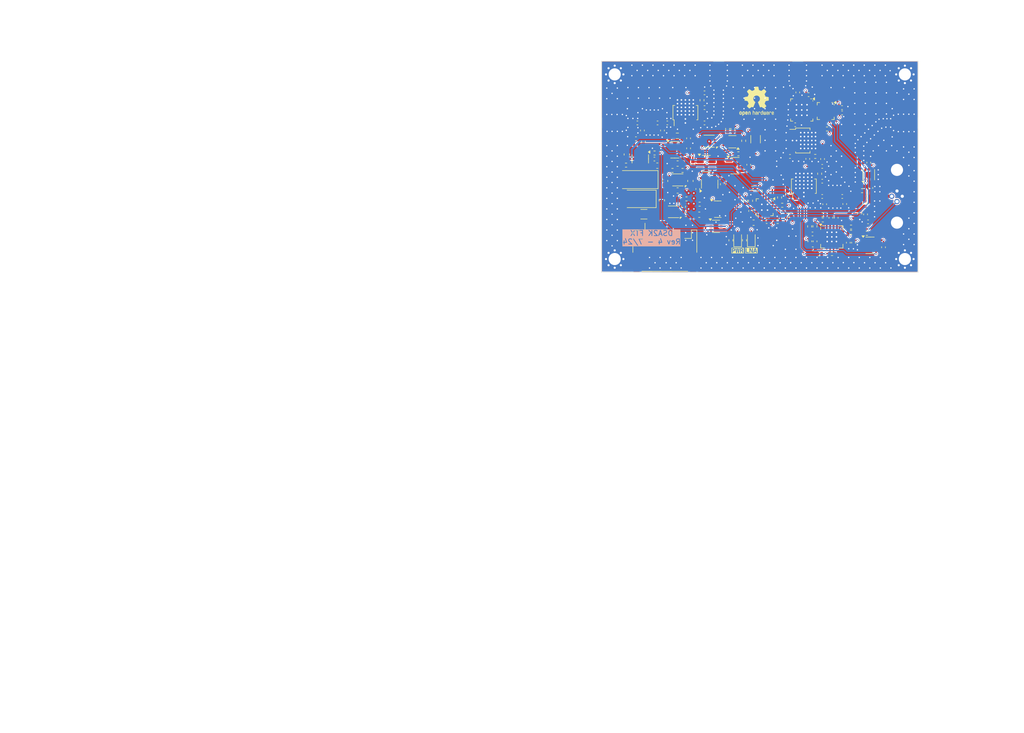
<source format=kicad_pcb>
(kicad_pcb (version 20241229) (generator "pcbnew") (generator_version "9.0")
  (title_block (title "Fiber Transmitter Module") (date "2024-07-01") (rev "4") (company "Caltech") (comment 1 "DSA2000") (comment 2 "Kiran Shila") (comment 3 "Analog Signal Path Subsystem"))
  (layers (0 "F.Cu" signal) (4 "In1.Cu" signal) (6 "In2.Cu" signal) (2 "B.Cu" signal) (13 "F.Paste" user) (15 "B.Paste" user) (5 "F.SilkS" user "F.Silkscreen") (7 "B.SilkS" user "B.Silkscreen") (1 "F.Mask" user) (3 "B.Mask" user) (25 "Edge.Cuts" user))
  (net 0 "")
  (net 1 "/Power/VDD")
  (net 2 "GND")
  (net 3 "/Digital/VLNA")
  (net 4 "Net-(C3-Pad1)")
  (net 5 "Net-(J2-In)")
  (net 6 "Net-(C4-Pad2)")
  (net 7 "Net-(C5-Pad1)")
  (net 8 "Net-(C5-Pad2)")
  (net 9 "Net-(C6-Pad1)")
  (net 10 "Net-(C7-Pad1)")
  (net 11 "Net-(C8-Pad1)")
  (net 12 "Net-(J3-In)")
  (net 13 "Net-(J4-In)")
  (net 14 "Net-(U5-RF1)")
  (net 15 "/Digital/+5V5")
  (net 16 "Net-(U5-RF2)")
  (net 17 "Net-(C12-Pad2)")
  (net 18 "Net-(U7--)")
  (net 19 "/Digital/PD_IMON")
  (net 20 "Net-(C14-Pad1)")
  (net 21 "Net-(C15-Pad1)")
  (net 22 "Net-(C15-Pad2)")
  (net 23 "Net-(U8-CLPF)")
  (net 24 "Net-(U8-CHPF)")
  (net 25 "Net-(C19-Pad1)")
  (net 26 "Net-(C22-Pad1)")
  (net 27 "/Power/-5V")
  (net 28 "/Digital/3V3")
  (net 29 "Net-(U12-DECAP)")
  (net 30 "/Digital/+5_VREF")
  (net 31 "Net-(U11-+)")
  (net 32 "Net-(U18-C+)")
  (net 33 "Net-(U18-C-)")
  (net 34 "Net-(U18-CPOUT)")
  (net 35 "Net-(U19-BP)")
  (net 36 "Net-(C43-Pad1)")
  (net 37 "Net-(U8-INLO)")
  (net 38 "Net-(C49-Pad1)")
  (net 39 "Net-(U8-INHI)")
  (net 40 "Net-(D3-K)")
  (net 41 "Net-(Q1B-G)")
  (net 42 "Net-(D4-K)")
  (net 43 "/Digital/LNA_EN")
  (net 44 "Net-(U12-IO5)")
  (net 45 "Net-(J1-Pin_1)")
  (net 46 "/Digital/SDA")
  (net 47 "/Digital/SCL")
  (net 48 "Net-(J5-In)")
  (net 49 "Net-(U8-VSET)")
  (net 50 "/Digital/RF_MON")
  (net 51 "/RF2/VTGT")
  (net 52 "/RF2/TCM1")
  (net 53 "/RF2/VREF")
  (net 54 "/RF2/TCM2")
  (net 55 "Net-(U18-VFB)")
  (net 56 "Net-(U16-FB)")
  (net 57 "/Digital/LD_IMON")
  (net 58 "Net-(U3-P0)")
  (net 59 "Net-(U3-P1)")
  (net 60 "Net-(U3-P2)")
  (net 61 "Net-(U3-P3)")
  (net 62 "Net-(U3-P4)")
  (net 63 "Net-(U3-P5)")
  (net 64 "Net-(U3-P6)")
  (net 65 "Net-(C19-Pad2)")
  (net 67 "Net-(U17-+)")
  (net 72 "Net-(U12-IO0)")
  (net 73 "/Digital/LNA_IMON")
  (net 76 "Net-(Q3A-E1)")
  (net 77 "Net-(Q3A-B1)")
  (net 78 "Net-(Q3B-C2)")
  (net 79 "Net-(Q3B-E2)")
  (net 80 "Net-(Q3B-B2)")
  (net 81 "Net-(Q3A-C1)")
  (net 82 "Net-(U4-W)")
  (net 83 "Net-(Q1B-D)")
  (net 84 "Net-(Q1A-D)")
  (net 85 "Net-(C51-Pad1)")
  (net 86 "Net-(C52-Pad1)")
  (net 87 "Net-(C53-Pad1)")
  (net 88 "Net-(C53-Pad2)")
  (net 89 "Net-(C54-Pad2)")
  (net 90 "Net-(C54-Pad1)")
  (net 91 "Net-(C63-Pad1)")
  (net 92 "Net-(C73-Pad2)")
  (net 93 "Net-(C73-Pad1)")
  (net 94 "Net-(U3-P7)")
  (net 95 "Net-(U12-IO7)")
  (net 97 "Net-(U15-DV{slash}DT)")
  (net 98 "Net-(U15-EN)")
  (net 99 "Net-(U15-ILIMIT)")
  (footprint "Package_TO_SOT_SMD:SOT-23" (layer "F.Cu") (at 151.4375 96.2)
    (property "Reference" "U20" (hide yes))
    (property "Value" "LM4040-5.0")
  )
  (footprint "Symbol:OSHW-Logo2_7.3x6mm_SilkScreen" (layer "F.Cu") (at 158.8 75.75)
    (property "Reference" "REF**" (hide yes))
    (property "Value" "OSHW-Logo2_7.3x6mm_SilkScreen" (hide yes))
  )
  (footprint "Capacitor_SMD:C_0603_1608Metric" (layer "F.Cu") (at 141.45 90.85 90)
    (property "Reference" "C37" (hide yes))
    (property "Value" "1u")
  )
  (footprint "Capacitor_SMD:C_0402_1005Metric" (layer "F.Cu") (at 180.45 92.18 90)
    (property "Reference" "C21" (hide yes))
    (property "Value" "DNP")
  )
  (footprint "Capacitor_SMD:C_0402_1005Metric" (layer "F.Cu") (at 166.6 74.07 -90)
    (property "Reference" "C9" (hide yes))
    (property "Value" "100p")
  )
  (footprint "Resistor_SMD:R_0402_1005Metric" (layer "F.Cu") (at 179.69125 100.77 180)
    (property "Reference" "R4" (hide yes))
    (property "Value" "100")
  )
  (footprint "DSA2K:WQFN-16-1EP_3x3mm_P0.5mm_EP1.68x1.68mm_LargeThermalVias" (layer "F.Cu") (at 160.32 95.83 -90)
    (property "Reference" "U12" (hide yes))
    (property "Value" "TLA2528")
  )
  (footprint "Capacitor_SMD:C_0402_1005Metric" (layer "F.Cu") (at 139.42 86.7)
    (property "Reference" "C32" (hide yes))
    (property "Value" "100n")
  )
  (footprint "Package_TO_SOT_SMD:SOT-23-8" (layer "F.Cu") (at 149.25 87.55)
    (property "Reference" "U4" (hide yes))
    (property "Value" "CAT5171")
  )
  (footprint "Resistor_SMD:R_0402_1005Metric" (layer "F.Cu") (at 148 95.25)
    (property "Reference" "R32" (hide yes))
    (property "Value" "270")
  )
  (footprint "Resistor_SMD:R_0402_1005Metric" (layer "F.Cu") (at 164.8 97.35)
    (property "Reference" "R15" (hide yes))
    (property "Value" "10k")
  )
  (footprint "Inductor_SMD:L_0402_1005Metric" (layer "F.Cu") (at 138.1 79.85)
    (property "Reference" "L63" (hide yes))
    (property "Value" "5.9n")
  )
  (footprint "Capacitor_SMD:C_0402_1005Metric" (layer "F.Cu") (at 145.9 82.77 90)
    (property "Reference" "C34" (hide yes))
    (property "Value" "100n")
  )
  (footprint "Resistor_SMD:R_0402_1005Metric" (layer "F.Cu") (at 156.5 102.09 90)
    (property "Reference" "R13" (hide yes))
    (property "Value" "1k")
  )
  (footprint "DSA2K:SOT89-HighTemp" (layer "F.Cu") (at 167.75 92.14)
    (property "Reference" "U6" (hide yes))
    (property "Value" "PGA-105+")
  )
  (footprint "Capacitor_SMD:C_0402_1005Metric" (layer "F.Cu") (at 166.12 80.2 180)
    (property "Reference" "C12" (hide yes))
    (property "Value" "100p")
  )
  (footprint "Resistor_SMD:R_0402_1005Metric" (layer "F.Cu") (at 156.35 83.235 -90)
    (property "Reference" "R11" (hide yes))
    (property "Value" "1k")
  )
  (footprint "Capacitor_Tantalum_SMD:CP_EIA-6032-28_Kemet-C" (layer "F.Cu") (at 136.35 90.6 180)
    (property "Reference" "C1" (hide yes))
    (property "Value" "22u")
  )
  (footprint "Capacitor_SMD:C_0402_1005Metric" (layer "F.Cu") (at 164.65 93.275 -90)
    (property "Reference" "C54" (hide yes))
    (property "Value" "100p")
  )
  (footprint "Resistor_SMD:R_0402_1005Metric" (layer "F.Cu") (at 154.3 81.01 -90)
    (property "Reference" "R1" (hide yes))
    (property "Value" "10k")
  )
  (footprint "Capacitor_SMD:C_0402_1005Metric" (layer "F.Cu") (at 177.175 102.5425 -90)
    (property "Reference" "C10" (hide yes))
    (property "Value" "100n")
  )
  (footprint "Capacitor_SMD:C_0603_1608Metric" (layer "F.Cu") (at 147.925 97.25)
    (property "Reference" "C35" (hide yes))
    (property "Value" "1u")
  )
  (footprint "Resistor_SMD:R_0402_1005Metric" (layer "F.Cu") (at 145.4 97.2 180)
    (property "Reference" "R33" (hide yes))
    (property "Value" "82k")
  )
  (footprint "Capacitor_SMD:C_0402_1005Metric" (layer "F.Cu") (at 148.92 76.95)
    (property "Reference" "C7" (hide yes))
    (property "Value" "100p")
  )
  (footprint "Resistor_SMD:R_0603_1608Metric" (layer "F.Cu") (at 143.775 82.3)
    (property "Reference" "R20" (hide yes))
    (property "Value" "0.5")
  )
  (footprint "Resistor_SMD:R_0402_1005Metric" (layer "F.Cu") (at 171.33 98.24)
    (property "Reference" "R37" (hide yes))
    (property "Value" "3.6k")
  )
  (footprint "Capacitor_SMD:C_0402_1005Metric" (layer "F.Cu") (at 171.23 90.89)
    (property "Reference" "C14" (hide yes))
    (property "Value" "100p")
  )
  (footprint "Inductor_SMD:L_0402_1005Metric" (layer "F.Cu") (at 170.75 92.305 -90)
    (property "Reference" "L3" (hide yes))
    (property "Value" "82n")
  )
  (footprint "Capacitor_SMD:C_0402_1005Metric" (layer "F.Cu") (at 136.2 79.85)
    (property "Reference" "C4" (hide yes))
    (property "Value" "100p")
  )
  (footprint "Resistor_SMD:R_0402_1005Metric" (layer "F.Cu") (at 173.085 104.6125 180)
    (property "Reference" "R2" (hide yes))
    (property "Value" "0")
  )
  (footprint "DSA2K:RF_Attenuator_Susumu_PAT1220" (layer "F.Cu") (at 164.05 88.1 -90)
    (property "Reference" "U21" (hide yes))
    (property "Value" "PAT1220-C-3DB")
  )
  (footprint "DSA2K:MountingHole_2_Pad_Via" (layer "F.Cu") (at 131.9 105.65)
    (property "Reference" "H4" (hide yes))
    (property "Value" "MountingHole_Pad")
  )
  (footprint "Package_TO_SOT_SMD:TSOT-23-6" (layer "F.Cu") (at 136.75 86.6625 -90)
    (property "Reference" "U15" (hide yes))
    (property "Value" "MP5035")
  )
  (footprint "DSA2K:SOT89-HighTemp" (layer "F.Cu") (at 167.26 83.19 -90)
    (property "Reference" "U10" (hide yes))
    (property "Value" "PGA-105+")
  )
  (footprint "Resistor_SMD:R_1206_3216Metric" (layer "F.Cu") (at 158.6 82.9375 90)
    (property "Reference" "R28" (hide yes))
    (property "Value" "20, 1/4W")
  )
  (footprint "Inductor_SMD:L_0402_1005Metric" (layer "F.Cu") (at 137.15 78.4 -90)
    (property "Reference" "L62" (hide yes))
    (property "Value" "8.2n")
  )
  (footprint "Inductor_SMD:L_0402_1005Metric" (layer "F.Cu") (at 135.915 83.85 180)
    (property "Reference" "FB1" (hide yes))
    (property "Value" "BLM15PG100SN1D")
  )
  (footprint "Capacitor_SMD:C_0402_1005Metric" (layer "F.Cu") (at 175 77.95)
    (property "Reference" "C46" (hide yes))
    (property "Value" "100n")
  )
  (footprint "Resistor_SMD:R_0402_1005Metric" (layer "F.Cu") (at 178.79 92.7)
    (property "Reference" "R6" (hide yes))
    (property "Value" "1k")
  )
  (footprint "Inductor_SMD:L_0402_1005Metric" (layer "F.Cu") (at 180.4 97.2 -90)
    (property "Reference" "FB4" (hide yes))
    (property "Value" "BLM15PG100SN1D")
  )
  (footprint "Resistor_SMD:R_0402_1005Metric" (layer "F.Cu") (at 159.45 92.69 90)
    (property "Reference" "R41" (hide yes))
    (property "Value" "10k")
  )
  (footprint "Inductor_SMD:L_0402_1005Metric" (layer "F.Cu") (at 169.265 88.09)
    (property "Reference" "FB3" (hide yes))
    (property "Value" "BLM15PG100SN1D")
  )
  (footprint "Capacitor_SMD:C_0402_1005Metric" (layer "F.Cu") (at 175.03 93.79)
    (property "Reference" "C73" (hide yes))
    (property "Value" "2.5p")
  )
  (footprint "DSA2K:MountingHole_2_Pad_Via" (layer "F.Cu") (at 186.9 70.65)
    (property "Reference" "H2" (hide yes))
    (property "Value" "MountingHole_Pad")
  )
  (footprint "Capacitor_SMD:C_0402_1005Metric" (layer "F.Cu") (at 135.92 82.85)
    (property "Reference" "C3" (hide yes))
    (property "Value" "100p")
  )
  (footprint "DSA2K:SMA_4Layer" (layer "F.Cu") (at 129.615 79.85 -90)
    (property "Reference" "J2" (hide yes))
    (property "Value" "Conn_Coaxial" (hide yes))
  )
  (footprint "Package_TO_SOT_SMD:SOT-363_SC-70-6" (layer "F.Cu") (at 154.2 83.42 180)
    (property "Reference" "Q3" (hide yes))
    (property "Value" "BC846")
  )
  (footprint "Package_TO_SOT_SMD:SOT-363_SC-70-6" (layer "F.Cu") (at 151.1 99.45)
    (property "Reference" "Q1" (hide yes))
    (property "Value" "2N7002")
  )
  (footprint "Capacitor_SMD:C_0402_1005Metric" (layer "F.Cu") (at 171.3 86.69 -90)
    (property "Reference" "C51" (hide yes))
    (property "Value" "100n")
  )
  (footprint "Capacitor_SMD:C_0402_1005Metric" (layer "F.Cu") (at 157.6625 96.53 90)
    (property "Reference" "C29" (hide yes))
    (property "Value" "100n")
  )
  (footprint "Capacitor_SMD:C_0402_1005Metric" (layer "F.Cu") (at 173.875 97.8125 -90)
    (property "Reference" "C49" (hide yes))
    (property "Value" "100p")
  )
  (footprint "Resistor_SMD:R_0402_1005Metric" (layer "F.Cu") (at 163.65 95.45)
    (property "Reference" "R24" (hide yes))
    (property "Value" "10k")
  )
  (footprint "Capacitor_SMD:C_0402_1005Metric" (layer "F.Cu") (at 146.7 87.7 -90)
    (property "Reference" "C24" (hide yes))
    (property "Value" "100n")
  )
  (footprint "Capacitor_SMD:C_0402_1005Metric" (layer "F.Cu") (at 165.12 86.2 180)
    (property "Reference" "C53" (hide yes))
    (property "Value" "100p")
  )
  (footprint "Package_SON:WSON-6-1EP_2x2mm_P0.65mm_EP1x1.6mm" (layer "F.Cu") (at 180.05 89.6625 90)
    (property "Reference" "U13" (hide yes))
    (property "Value" "TMP117")
  )
  (footprint "Capacitor_SMD:C_0402_1005Metric" (layer "F.Cu") (at 160.7 98.55 180)
    (property "Reference" "C27" (hide yes))
    (property "Value" "100n")
  )
  (footprint "Inductor_SMD:L_0402_1005Metric" (layer "F.Cu") (at 180.4 95.315 -90)
    (property "Reference" "L4" (hide yes))
    (property "Value" "82n")
  )
  (footprint "Capacitor_SMD:C_0402_1005Metric" (layer "F.Cu") (at 180.05 87.37 -90)
    (property "Reference" "C30" (hide yes))
    (property "Value" "100n")
  )
  (footprint "Resistor_SMD:R_0402_1005Metric" (layer "F.Cu") (at 144.9375 95.74 90)
    (property "Reference" "R34" (hide yes))
    (property "Value" "24k")
  )
  (footprint "Capacitor_SMD:C_0603_1608Metric" (layer "F.Cu") (at 134.2 85.825 -90)
    (property "Reference" "C25" (hide yes))
    (property "Value" "10u")
  )
  (footprint "Capacitor_SMD:C_0402_1005Metric" (layer "F.Cu") (at 169.385 100.89)
    (property "Reference" "C18" (hide yes))
    (property "Value" "DNP")
  )
  (footprint "LED_SMD:LED_0603_1608Metric" (layer "F.Cu") (at 155.2 101.825 90)
    (property "Reference" "D3" (hide yes))
    (property "Value" "LED")
  )
  (footprint "Resistor_SMD:R_0402_1005Metric" (layer "F.Cu") (at 153.3 81.01 -90)
    (property "Reference" "R23" (hide yes))
    (property "Value" "10k")
  )
  (footprint "Resistor_SMD:R_0402_1005Metric" (layer "F.Cu") (at 157.99 92.2)
    (property "Reference" "R3" (hide yes))
    (property "Value" "3.32k")
  )
  (footprint "Capacitor_SMD:C_0402_1005Metric" (layer "F.Cu") (at 140.95 81.28 -90)
    (property "Reference" "C64" (hide yes))
    (property "Value" "1.6p")
  )
  (footprint "Capacitor_SMD:C_0402_1005Metric" (layer "F.Cu") (at 174.98 76.95)
    (property "Reference" "C44" (hide yes))
    (property "Value" "100n")
  )
  (footprint "Package_SON:WSON-8-1EP_2x2mm_P0.5mm_EP0.9x1.6mm" (layer "F.Cu") (at 149.8 83.32 180)
    (property "Reference" "U9" (hide yes))
    (property "Value" "TLV9102")
  )
  (footprint "Resistor_SMD:R_0402_1005Metric" (layer "F.Cu") (at 153.925 102.09 90)
    (property "Reference" "R39" (hide yes))
    (property "Value" "1k")
  )
  (footprint "Diode_SMD:D_SMA" (layer "F.Cu") (at 136.25 94.25 180)
    (property "Reference" "D2" (hide yes))
    (property "Value" "18.2V")
  )
  (footprint "Resistor_SMD:R_0402_1005Metric" (layer "F.Cu") (at 156.7 94.61 90)
    (property "Reference" "R31" (hide yes))
    (property "Value" "10k")
  )
  (footprint "Resistor_SMD:R_0402_1005Metric" (layer "F.Cu") (at 144.76 88.85 180)
    (property "Reference" "R21" (hide yes))
    (property "Value" "620k")
  )
  (footprint "Capacitor_SMD:C_0603_1608Metric" (layer "F.Cu") (at 152.45 91.4625 90)
    (property "Reference" "C42" (hide yes))
    (property "Value" "1.2n")
  )
  (footprint "Capacitor_SMD:C_0402_1005Metric" (layer "F.Cu") (at 157.3 87.77 -90)
    (property "Reference" "C26" (hide yes))
    (property "Value" "100n")
  )
  (footprint "Package_SON:WSON-8-1EP_2x2mm_P0.5mm_EP0.9x1.6mm" (layer "F.Cu") (at 143.855 90.65 180)
    (property "Reference" "U18" (hide yes))
    (property "Value" "LM27761")
  )
  (footprint "Package_DFN_QFN:TQFN-24-1EP_4x4mm_P0.5mm_EP2.6x2.6mm_ThermalVias" (layer "F.Cu") (at 167.35 77.4 -90)
    (property "Reference" "U5" (hide yes))
    (property "Value" "F1958")
  )
  (footprint "Capacitor_SMD:C_0402_1005Metric" (layer "F.Cu") (at 169.875 102.2925 90)
    (property "Reference" "C17" (hide yes))
    (property "Value" "100p")
  )
  (footprint "Inductor_SMD:L_0402_1005Metric" (layer "F.Cu") (at 167.065 86.19 180)
    (property "Reference" "L8" (hide yes))
    (property "Value" "82n")
  )
  (footprint "DSA2K:SMA_4Layer" (layer "F.Cu") (at 151.6 68.35 180)
    (property "Reference" "J3" (hide yes))
    (property "Value" "Conn_Coaxial" (hide yes))
  )
  (footprint "DSA2K:JST_PH_S4B-PH-SM4-TB_1x04-1MP_P2.00mm_Horizontal" (layer "F.Cu") (at 141.4 103.45)
    (property "Reference" "J1" (hide yes))
    (property "Value" "4-pin header")
  )
  (footprint "DSA2K:MountingHole_2_Pad_Via" (layer "F.Cu") (at 186.9 105.65)
    (property "Reference" "H3" (hide yes))
    (property "Value" "MountingHole_Pad")
  )
  (footprint "Resistor_SMD:R_0402_1005Metric" (layer "F.Cu") (at 155.35 85.7)
    (property "Reference" "R29" (hide yes))
    (property "Value" "1")
  )
  (footprint "Capacitor_SMD:C_0402_1005Metric" (layer "F.Cu") (at 176.175 102.5425 90)
    (property "Reference" "C45" (hide yes))
    (property "Value" "100p")
  )
  (footprint "Resistor_SMD:R_0402_1005Metric" (layer "F.Cu") (at 157.65 94.61 -90)
    (property "Reference" "R36" (hide yes))
    (property "Value" "10k")
  )
  (footprint "Inductor_SMD:L_0402_1005Metric" (layer "F.Cu") (at 148.44 78.365 -90)
    (property "Reference" "L2" (hide yes))
    (property "Value" "82n")
  )
  (footprint "Capacitor_SMD:C_0402_1005Metric" (layer "F.Cu") (at 171.23 93.79)
    (property "Reference" "C15" (hide yes))
    (property "Value" "100p")
  )
  (footprint "Resistor_SMD:R_0402_1005Metric" (layer "F.Cu") (at 179.3 95.14 90)
    (property "Reference" "R7" (hide yes))
    (property "Value" "270")
  )
  (footprint "Resistor_SMD:R_0402_1005Metric" (layer "F.Cu") (at 139.45 85.55)
    (property "Reference" "R17" (hide yes))
    (property "Value" "10k")
  )
  (footprint "Capacitor_SMD:C_0402_1005Metric" (layer "F.Cu") (at 148.92 74.15)
    (property "Reference" "C6" (hide yes))
    (property "Value" "100n")
  )
  (footprint "Inductor_SMD:L_0402_1005Metric" (layer "F.Cu") (at 171.3 84.725 -90)
    (property "Reference" "FB5" (hide yes))
    (property "Value" "BLM15PG100SN1D")
  )
  (footprint "Capacitor_SMD:C_0402_1005Metric" (layer "F.Cu") (at 137.15 81.28 -90)
    (property "Reference" "C62" (hide yes))
    (property "Value" "1.6p")
  )
  (footprint "Fuse:Fuse_1206_3216Metric" (layer "F.Cu") (at 137.4375 97.15)
    (property "Reference" "F1" (hide yes))
    (property "Value" "1A trip")
  )
  (footprint "DSA2K:MountingHole_2_Pad_Via" (layer "F.Cu") (at 131.9 70.65)
    (property "Reference" "H1" (hide yes))
    (property "Value" "MountingHole_Pad")
  )
  (footprint "Package_DFN_QFN:QFN-16-1EP_3x3mm_P0.5mm_EP1.45x1.45mm" (layer "F.Cu") (at 171.89 77.6 -90)
    (property "Reference" "U3" (hide yes))
    (property "Value" "TCA6408A")
  )
  (footprint "Capacitor_SMD:C_0402_1005Metric" (layer "F.Cu") (at 140.02 79.85)
    (property "Reference" "C63" (hide yes))
    (property "Value" "2.5p")
  )
  (footprint "Package_TO_SOT_SMD:SOT-23-8" (layer "F.Cu") (at 143.3 84.95)
    (property "Reference" "U11" (hide yes))
    (property "Value" "INA296B4")
  )
  (footprint "Capacitor_SMD:C_0603_1608Metric" (layer "F.Cu") (at 143.825 92.65 180)
    (property "Reference" "C36" (hide yes))
    (property "Value" "4.7u")
  )
  (footprint "Capacitor_SMD:C_0402_1005Metric" (layer "F.Cu") (at 179.92 98.6 180)
    (property "Reference" "C23" (hide yes))
    (property "Value" "100n")
  )
  (footprint "Capacitor_SMD:C_0603_1608Metric" (layer "F.Cu") (at 158.225 98.75 180)
    (property "Reference" "C28" (hide yes))
    (property "Value" "1u")
  )
  (footprint "Capacitor_SMD:C_0402_1005Metric" (layer "F.Cu") (at 148.92 79.85)
    (property "Reference" "C8" (hide yes))
    (property "Value" "100p")
  )
  (footprint "Capacitor_SMD:C_0402_1005Metric" (layer "F.Cu") (at 171.7 95.26 -90)
    (property "Reference" "C72" (hide yes))
    (property "Value" "1.6p")
  )
  (footprint "kibuzzard-65317E70" (layer "F.Cu") (at 157.8 104.0375)
    (property "Reference" "kibuzzard-65317E70" (hide yes))
    (property "Value" "G***" (hide yes))
  )
  (footprint "Capacitor_SMD:C_0402_1005Metric" (layer "F.Cu") (at 179.77 93.75 180)
    (property "Reference" "C19" (hide yes))
    (property "Value" "1000p")
  )
  (footprint "Resistor_SMD:R_0402_1005Metric" (layer "F.Cu") (at 170.61 104.65 180)
    (property "Reference" "R40" (hide yes))
    (property "Value" "DNP")
  )
  (footprint "Inductor_SMD:L_0402_1005Metric" (layer "F.Cu") (at 140.95 78.4 -90)
    (property "Reference" "L64" (hide yes))
    (property "Value" "8.2n")
  )
  (footprint "Capacitor_SMD:C_0402_1005Metric" (layer "F.Cu") (at 141.87 79.85)
    (property "Reference" "C5" (hide yes))
    (property "Value" "100p")
  )
  (footprint "Inductor_SMD:L_0402_1005Metric" (layer "F.Cu") (at 147.015 74.15)
    (property "Reference" "FB2" (hide yes))
    (property "Value" "BLM15PG100SN1D")
  )
  (footprint "Package_CSP:Analog_LFCSP-16-1EP_4x4mm_P0.65mm_EP2.35x2.35mm_ThermalVias" (layer "F.Cu") (at 173.05 101.45)
    (property "Reference" "U8" (hide yes))
    (property "Value" "AD8363")
  )
  (footprint "DSA2K:SMA_4Layer" (layer "F.Cu") (at 166.6 68.35 180)
    (property "Reference" "J4" (hide yes))
    (property "Value" "Conn_Coaxial" (hide yes))
  )
  (footprint "Package_TO_SOT_SMD:SOT-23-8" (layer "F.Cu") (at 154.7 87.95)
    (property "Reference" "U17" (hide yes))
    (property "Value" "INA296B4")
  )
  (footprint "Capacitor_SMD:C_0603_1608Metric" (layer "F.Cu") (at 143.825 87.55 180)
    (property "Reference" "C39" (hide yes))
    (property "Value" "2.2u")
  )
  (footprint "Capacitor_SMD:C_0603_1608Metric" (layer "F.Cu") (at 140.8375 94.525 90)
    (property "Reference" "C33" (hide yes))
    (property "Value" "1u")
  )
  (footprint "Inductor_SMD:L_0402_1005Metric" (layer "F.Cu") (at 173.15 93.79)
    (property "Reference" "L73" (hide yes))
    (property "Value" "5.9n")
  )
  (footprint "Package_SON:WSON-6-1EP_2x2mm_P0.65mm_EP1x1.6mm" (layer "F.Cu") (at 143.05 96.7 180)
    (property "Reference" "U16" (hide yes))
    (property "Value" "TPS7A26")
  )
  (footprint "DSA2K:SOT89-HighTemp" (layer "F.Cu") (at 145.3 78.2)
    (property "Reference" "U2" (hide yes))
    (property "Value" "PGA-105+")
  )
  (footprint "DSA2K:SMA_4Layer" (layer "F.Cu") (at 189.2 79.85 90)
    (property "Reference" "J5" (hide yes))
    (property "Value" "Conn_Coaxial" (hide yes))
  )
  (footprint "Capacitor_SMD:C_0402_1005Metric" (layer "F.Cu") (at 145.9 84.67 -90)
    (property "Reference" "C41" (hide yes))
    (property "Value" "100n")
  )
  (footprint "Capacitor_SMD:C_0402_1005Metric" (layer "F.Cu") (at 179.45 97.18 -90)
    (property "Reference" "C22" (hide yes))
    (property "Value" "100p")
  )
  (footprint "Capacitor_SMD:C_0402_1005Metric" (layer "F.Cu") (at 171.23 88.09)
    (property "Reference" "C43" (hide yes))
    (property "Value" "100n")
  )
  (footprint "Resistor_SMD:R_0402_1005Metric" (layer "F.Cu") (at 172.14 81 180)
    (property "Reference" "R12" (hide yes))
    (property "Value" "10k")
  )
  (footprint "Capacitor_SMD:C_0402_1005Metric" (layer "F.Cu") (at 175.5 95.22 -90)
    (property "Reference" "C74" (hide yes))
    (property "Value" "1.6p")
  )
  (footprint "Resistor_SMD:R_0402_1005Metric" (layer "F.Cu") (at 142.85 88.85 180)
    (property "Reference" "R22" (hide yes))
    (property "Value" "200k")
  )
  (footprint "Capacitor_SMD:C_0402_1005Metric" (layer "F.Cu") (at 168.65 74.5)
    (property "Reference" "C11" (hide yes))
    (property "Value" "100n")
  )
  (footprint "Resistor_SMD:R_0402_1005Metric" (layer "F.Cu") (at 171.315 97.24 180)
    (property "Reference" "R8" (hide yes))
    (property "Value" "1k")
  )
  (footprint "Inductor_SMD:L_0402_1005Metric" (layer "F.Cu") (at 171.7 92.325 -90)
    (property "Reference" "L72" (hide yes))
    (property "Value" "8.2n")
  )
  (footprint "kibuzzard-65317EA1" (layer "F.Cu") (at 155.2 104.0375)
    (property "Reference" "kibuzzard-65317EA1" (hide yes))
    (property "Value" "G***" (hide yes))
  )
  (footprint "Inductor_SMD:L_0402_1005Metric" (layer "F.Cu") (at 135.44 81.35 90)
    (property "Reference" "L1" (hide yes))
    (property "Value" "82n")
  )
  (footprint "Resistor_SMD:R_0402_1005Metric" (layer "F.Cu") (at 134.05 87.85 180)
    (property "Reference" "R19" (hide yes))
    (property "Value" "11k")
  )
  (footprint "Capacitor_SMD:C_0402_1005Metric" (layer "F.Cu") (at 168.89 102.29 -90)
    (property "Reference" "C20" (hide yes))
    (property "Value" "100n")
  )
  (footprint "Resistor_SMD:R_0402_1005Metric" (layer "F.Cu") (at 170.75 89.48 -90)
    (property "Reference" "R26" (hide yes))
    (property "Value" "5.1")
  )
  (footprint "DSA2K:LaserDiodeWithBlock" (layer "F.Cu") (at 185.4 93.75 180)
    (property "Reference" "LD1" (hide yes))
    (property "Value" "~")
  )
  (footprint "Capacitor_SMD:C_0402_1005Metric" (layer "F.Cu") (at 168.5 86.66 -90)
    (property "Reference" "C52" (hide yes))
    (property "Value" "100p")
  )
  (footprint "Capacitor_SMD:C_0402_1005Metric" (layer "F.Cu") (at 137.35 83.38 90)
    (property "Reference" "C2" (hide yes))
    (property "Value" "100n")
  )
  (footprint "Capacitor_SMD:C_0402_1005Metric" (layer "F.Cu") (at 182.85 103.42 90)
    (property "Reference" "C13" (hide yes))
    (property "Value" "100n")
  )
  (footprint "Inductor_SMD:L_0402_1005Metric" (layer "F.Cu") (at 175.5 92.325 -90)
    (property "Reference" "L74" (hide yes))
    (property "Value" "8.2n")
  )
  (footprint "Resistor_SMD:R_0402_1005Metric" (layer "F.Cu") (at 176.69 99.59)
    (property "Reference" "R5" (hide yes))
    (property "Value" "5.6k")
  )
  (footprint "Resistor_SMD:R_0402_1005Metric" (layer "F.Cu") (at 145.5 94.25)
    (property "Reference" "R35" (hide yes))
    (property "Value" "10k")
  )
  (footprint "Package_TO_SOT_SMD:SOT-23-5" (layer "F.Cu") (at 149.9 91.45 90)
    (property "Reference" "U19" (hide yes))
    (property "Value" "TPS79333-EP")
  )
  (footprint "Package_TO_SOT_SMD:SOT-23-8" (layer "F.Cu") (at 180.29375 103.045)
    (property "Reference" "U7" (hide yes))
    (property "Value" "INA296B4")
  )
  (footprint "Capacitor_SMD:C_0603_1608Metric" (layer "F.Cu") (at 139.975 87.95 180)
    (property "Reference" "C31" (hide yes))
    (property "Value" "1u")
  )
  (footprint "Resistor_SMD:R_0402_1005Metric" (layer "F.Cu") (at 176.69 100.59 180)
    (property "Reference" "R38" (hide yes))
    (property "Value" "3.6k")
  )
  (footprint "Resistor_SMD:R_0402_1005Metric" (layer "F.Cu") (at 169.91 86.19 180)
    (property "Reference" "R51" (hide yes))
    (property "Value" "5.1")
  )
  (footprint "Resistor_SMD:R_0402_1005Metric" (layer "F.Cu") (at 163.15 93.99 90)
    (property "Reference" "R30" (hide yes))
    (property "Value" "10k")
  )
  (footprint "LED_SMD:LED_0603_1608Metric" (layer "F.Cu") (at 157.79 101.825 90)
    (property "Reference" "D4" (hide yes))
    (property "Value" "LED")
  )
  (footprint "Resistor_SMD:R_0402_1005Metric" (layer "F.Cu") (at 178.35 96.99 -90)
    (property "Reference" "R25" (hide yes))
    (property "Value" "62")
  )
  (footprint "Capacitor_SMD:C_0402_1005Metric" (layer "F.Cu") (at 169.43 103.7 180)
    (property "Reference" "C16" (hide yes))
    (property "Value" "100n")
  )
  (footprint "Capacitor_SMD:C_0402_1005Metric" (layer "F.Cu") (at 147.65 92.37 90)
    (property "Reference" "C40" (hide yes))
    (property "Value" "100n")
  )
  (footprint "DSA2K:RF_Attenuator_Susumu_PAT1220" (layer "F.Cu") (at 177.4 94.39)
    (property "Reference" "U22" (hide yes))
    (property "Value" "PAT1220-C-3DB")
  )
  (footprint "Capacitor_SMD:C_0603_1608Metric" (layer "F.Cu") (at 146.25 90.85 -90)
    (property "Reference" "C38" (hide yes))
    (property "Value" "4.7u")
  )
  (footprint "Resistor_SMD:R_0402_1005Metric" (layer "F.Cu") (at 162.79 98.55 180)
    (property "Reference" "R16" (hide yes))
    (property "Value" "10k")
  )
  (footprint "Capacitor_SMD:C_0402_1005Metric" (layer "F.Cu") (at 172.875 97.8125 -90)
    (property "Reference" "C48" (hide yes))
    (property "Value" "100p")
  )
  (footprint "Resistor_SMD:R_0402_1005Metric" (layer "F.Cu") (at 169.85 99.45 -90)
    (property "Reference" "R9" (hide yes))
    (property "Value" "5.6k")
  )
  (footprint "Resistor_SMD:R_0402_1005Metric" (layer "F.Cu") (at 168.85 99.46 -90)
    (property "Reference" "R10" (hide yes))
    (property "Value" "3.6k")
  )
  (footprint "Resistor_SMD:R_0402_1005Metric" (layer "F.Cu") (at 148.45 75.54 -90)
    (property "Reference" "R27" (hide yes))
    (property "Value" "5.1")
  )
  (gr_line (start 176.39 101.29) (end 176.09 101.09) (stroke (width 0.2)) (layer "F.Cu") (net 53))
  (gr_line (start 177.19 102.09) (end 177.89 102.09) (stroke (width 0.2)) (layer "F.Cu") (net 15))
  (gr_line (start 171.65 79) (end 171.65 81) (stroke (width 0.254)) (layer "F.Cu") (net 94))
  (gr_line (start 176.09 102.09) (end 177.19 102.09) (stroke (width 0.2)) (layer "F.Cu") (net 15))
  (gr_line (start 167.6 79.425) (end 167.85 80.05) (stroke (width 0.254)) (layer "F.Cu") (net 94))
  (gr_line (start 172.65 81.85) (end 172.65 81) (stroke (width 0.254)) (layer "F.Cu") (net 15))
  (gr_line (start 167.85 80.05) (end 171.65 80.05) (stroke (width 0.254)) (layer "F.Cu") (net 94))
  (gr_rect (start 129.4 68.15) (end 189.4 108.15) (stroke (width 0.1)) (fill no) (layer "Edge.Cuts"))
  (gr_text "DSA2K FTX\nRev 4 - 7/24" (at 138.9 102.95 0) (layer "B.SilkS" knockout) (effects (font (size 1 1)) (justify bottom mirror)))
  (segment (start 136.75 87.8) (end 136.75 90.05) (width 0.6) (layer "F.Cu") (net 1))
  (segment (start 142.1625 97.35) (end 141.1375 97.35) (width 0.42) (layer "F.Cu") (net 1))
  (segment (start 139.2 87.95) (end 139.2 90.2125) (width 0.6) (layer "F.Cu") (net 1))
  (segment (start 142.1625 96.05) (end 141.1375 96.05) (width 0.42) (layer "F.Cu") (net 1))
  (segment (start 137.3 90.6) (end 138.8125 90.6) (width 0.6) (layer "F.Cu") (net 1))
  (segment (start 136.75 90.05) (end 137.3 90.6) (width 0.6) (layer "F.Cu") (net 1))
  (segment (start 144.805 90.9) (end 145.525 90.9) (width 0.254) (layer "F.Cu") (net 2))
  (segment (start 173.3275 76.3775) (end 173.2 76.25) (width 0.254) (layer "F.Cu") (net 2))
  (segment (start 173.3275 76.85) (end 173.3275 76.3775) (width 0.254) (layer "F.Cu") (net 2))
  (segment (start 144.805 90.9) (end 144.105 90.9) (width 0.254) (layer "F.Cu") (net 2))
  (segment (start 145.525 90.9) (end 146.25 91.625) (width 0.254) (layer "F.Cu") (net 2))
  (segment (start 142.1625 96.7) (end 143.05 96.7) (width 0.42) (layer "F.Cu") (net 2))
  (segment (start 170.4525 77.35) (end 171.64 77.35) (width 0.254) (layer "F.Cu") (net 2))
  (via (at 131.4 95.15) (size 0.4572) (drill 0.254) (layers "F.Cu" "B.Cu") (net 2))
  (via (at 172.15 87.25) (size 0.4572) (drill 0.254) (layers "F.Cu" "B.Cu") (net 2))
  (via (at 187.65 85.4) (size 0.4572) (drill 0.254) (layers "F.Cu" "B.Cu") (net 2))
  (via (at 133.35 78.25) (size 0.4572) (drill 0.254) (layers "F.Cu" "B.Cu") (net 2))
  (via (at 173.9 89.15) (size 0.4572) (drill 0.254) (layers "F.Cu" "B.Cu") (net 2))
  (via (at 158.4 77.15) (size 0.4572) (drill 0.254) (layers "F.Cu" "B.Cu") (net 2))
  (via (at 148.25 105.35) (size 0.4572) (drill 0.254) (layers "F.Cu" "B.Cu") (net 2))
  (via (at 179.2 68.9) (size 0.4572) (drill 0.254) (layers "F.Cu" "B.Cu") (net 2))
  (via (at 153.1 72.85) (size 0.4572) (drill 0.254) (layers "F.Cu" "B.Cu") (net 2))
  (via (at 146.6 89) (size 0.4572) (drill 0.254) (layers "F.Cu" "B.Cu") (net 2))
  (via (at 179.3 81.75) (size 0.4572) (drill 0.254) (layers "F.Cu" "B.Cu") (net 2))
  (via (at 140.9 82.55) (size 0.4572) (drill 0.254) (layers "F.Cu" "B.Cu") (net 2))
  (via (at 138.5 105.35) (size 0.4572) (drill 0.254) (layers "F.Cu" "B.Cu") (net 2))
  (via (at 138.6 82.15) (size 0.4572) (drill 0.254) (layers "F.Cu" "B.Cu") (net 2))
  (via (at 165.6 99.95) (size 0.4572) (drill 0.254) (layers "F.Cu" "B.Cu") (net 2))
  (via (at 181.85 88.75) (size 0.4572) (drill 0.254) (layers "F.Cu" "B.Cu") (net 2))
  (via (at 178.25 105.35) (size 0.4572) (drill 0.254) (layers "F.Cu" "B.Cu") (net 2))
  (via (at 171.2 70.9) (size 0.4572) (drill 0.254) (layers "F.Cu" "B.Cu") (net 2))
  (via (at 145.15 68.9) (size 0.4572) (drill 0.254) (layers "F.Cu" "B.Cu") (net 2))
  (via (at 143.1 95.1) (size 0.4572) (drill 0.254) (layers "F.Cu" "B.Cu") (net 2))
  (via (at 168.25 70.9) (size 0.4572) (drill 0.254) (layers "F.Cu" "B.Cu") (net 2))
  (via (at 151.8 97.45) (size 0.4572) (drill 0.254) (layers "F.Cu" "B.Cu") (net 2))
  (via (at 176.25 95.95) (size 0.4572) (drill 0.254) (layers "F.Cu" "B.Cu") (net 2))
  (via (at 146.65 99.25) (size 0.4572) (drill 0.254) (layers "F.Cu" "B.Cu") (net 2))
  (via (at 132.4 98.15) (size 0.4572) (drill 0.254) (layers "F.Cu" "B.Cu") (net 2))
  (via (at 163.85 91.5) (size 0.4572) (drill 0.254) (layers "F.Cu" "B.Cu") (net 2))
  (via (at 174.9 90.15) (size 0.4572) (drill 0.254) (layers "F.Cu" "B.Cu") (net 2))
  (via (at 145.15 70.9) (size 0.4572) (drill 0.254) (layers "F.Cu" "B.Cu") (net 2))
  (via (at 130.4 88.15) (size 0.4572) (drill 0.254) (layers "F.Cu" "B.Cu") (net 2))
  (via (at 156.4 75.15) (size 0.4572) (drill 0.254) (layers "F.Cu" "B.Cu") (net 2))
  (via (at 180.25 107.35) (size 0.4572) (drill 0.254) (layers "F.Cu" "B.Cu") (net 2))
  (via (at 150.3 80.7) (size 0.4572) (drill 0.254) (layers "F.Cu" "B.Cu") (net 2))
  (via (at 145.4 99.25) (size 0.4572) (drill 0.254) (layers "F.Cu" "B.Cu") (net 2))
  (via (at 160.25 107.35) (size 0.4572) (drill 0.254) (layers "F.Cu" "B.Cu") (net 2))
  (via (at 186.65 84.4) (size 0.4572) (drill 0.254) (layers "F.Cu" "B.Cu") (net 2))
  (via (at 176.25 103.7) (size 0.4572) (drill 0.254) (layers "F.Cu" "B.Cu") (net 2))
  (via (at 184.25 107.35) (size 0.4572) (drill 0.254) (layers "F.Cu" "B.Cu") (net 2))
  (via (at 164.4 81.7) (size 0.4572) (drill 0.254) (layers "F.Cu" "B.Cu") (net 2))
  (via (at 152.5 77.6) (size 0.4572) (drill 0.254) (layers "F.Cu" "B.Cu") (net 2))
  (via (at 149.95 69.9) (size 0.4572) (drill 0.254) (layers "F.Cu" "B.Cu") (net 2))
  (via (at 181.15 94.65) (size 0.4572) (drill 0.254) (layers "F.Cu" "B.Cu") (net 2))
  (via (at 131.4 81.45) (size 0.4572) (drill 0.254) (layers "F.Cu" "B.Cu") (net 2))
  (via (at 140.5 105.35) (size 0.4572) (drill 0.254) (layers "F.Cu" "B.Cu") (net 2))
  (via (at 156.1 68.9) (size 0.4572) (drill 0.254) (layers "F.Cu" "B.Cu") (net 2))
  (via (at 164.8 78.35) (size 0.4572) (drill 0.254) (layers "F.Cu" "B.Cu") (net 2))
  (via (at 149.35 101.05) (size 0.4572) (drill 0.254) (layers "F.Cu" "B.Cu") (net 2))
  (via (at 182.15 92.9) (size 0.4572) (drill 0.254) (layers "F.Cu" "B.Cu") (net 2))
  (via (at 183.2 68.9) (size 0.4572) (drill 0.254) (layers "F.Cu" "B.Cu") (net 2))
  (via (at 172.25 107.35) (size 0.4572) (drill 0.254) (layers "F.Cu" "B.Cu") (net 2))
  (via (at 141.8 77.9) (size 0.4572) (drill 0.254) (layers "F.Cu" "B.Cu") (net 2))
  (via (at 163.85 90.55) (size 0.4572) (drill 0.254) (layers "F.Cu" "B.Cu") (net 2))
  (via (at 150.7 77.6) (size 0.4572) (drill 0.254) (layers "F.Cu" "B.Cu") (net 2))
  (via (at 175.5 91.09) (size 0.4572) (drill 0.254) (layers "F.Cu" "B.Cu") (net 2))
  (via (at 170.5 87.2) (size 0.4572) (drill 0.254) (layers "F.Cu" "B.Cu") (net 2))
  (via (at 131.4 91.15) (size 0.4572) (drill 0.254) (layers "F.Cu" "B.Cu") (net 2))
  (via (at 162.6 88.1) (size 0.4572) (drill 0.254) (layers "F.Cu" "B.Cu") (net 2))
  (via (at 134.1 81.25) (size 0.4572) (drill 0.254) (layers "F.Cu" "B.Cu") (net 2))
  (via (at 134.4 80.7) (size 0.4572) (drill 0.254) (layers "F.Cu" "B.Cu") (net 2))
  (via (at 173.25 91.69) (size 0.4572) (drill 0.254) (layers "F.Cu" "B.Cu") (net 2))
  (via (at 162.4 81.15) (size 0.4572) (drill 0.254) (layers "F.Cu" "B.Cu") (net 2))
  (via (at 150.3 78.9) (size 0.4572) (drill 0.254) (layers "F.Cu" "B.Cu") (net 2))
  (via (at 158.4 73.15) (size 0.4572) (drill 0.254) (layers "F.Cu" "B.Cu") (net 2))
  (via (at 183.4 85.15) (size 0.4572) (drill 0.254) (layers "F.Cu" "B.Cu") (net 2))
  (via (at 154 100.15) (size 0.4572) (drill 0.254) (layers "F.Cu" "B.Cu") (net 2))
  (via (at 145.35 100.65) (size 0.4572) (drill 0.254) (layers "F.Cu" "B.Cu") (net 2))
  (via (at 134.4 79) (size 0.4572) (drill 0.254) (layers "F.Cu" "B.Cu") (net 2))
  (via (at 187.65 89.9) (size 0.4572) (drill 0.254) (layers "F.Cu" "B.Cu") (net 2))
  (via (at 132.4 90.15) (size 0.4572) (drill 0.254) (layers "F.Cu" "B.Cu") (net 2))
  (via (at 178 83.05) (size 0.4572) (drill 0.254) (layers "F.Cu" "B.Cu") (net 2))
  (via (at 142.9 73.15) (size 0.4572) (drill 0.254) (layers "F.Cu" "B.Cu") (net 2))
  (via (at 186.65 100.9) (size 0.4572) (drill 0.254) (layers "F.Cu" "B.Cu") (net 2))
  (via (at 136.3 81.75) (size 0.4572) (drill 0.254) (layers "F.Cu" "B.Cu") (net 2))
  (via (at 132.4 94.15) (size 0.4572) (drill 0.254) (layers "F.Cu" "B.Cu") (net 2))
  (via (at 182 79.15) (size 0.4572) (drill 0.254) (layers "F.Cu" "B.Cu") (net 2))
  (via (at 137.15 77.15) (size 0.4572) (drill 0.254) (layers "F.Cu" "B.Cu") (net 2))
  (via (at 144.5 107.35) (size 0.4572) (drill 0.254) (layers "F.Cu" "B.Cu") (net 2))
  (via (at 177.4 72.15) (size 0.4572) (drill 0.254) (layers "F.Cu" "B.Cu") (net 2))
  (via (at 180.2 69.9) (size 0.4572) (drill 0.254) (layers "F.Cu" "B.Cu") (net 2))
  (via (at 135.15 70.9) (size 0.4572) (drill 0.254) (layers "F.Cu" "B.Cu") (net 2))
  (via (at 165.1 72.8) (size 0.4572) (drill 0.254) (layers "F.Cu" "B.Cu") (net 2))
  (via (at 169.25 106.35) (size 0.4572) (drill 0.254) (layers "F.Cu" "B.Cu") (net 2))
  (via (at 165.65 87.1) (size 0.4572) (drill 0.254) (layers "F.Cu" "B.Cu") (net 2))
  (via (at 168.25 107.35) (size 0.4572) (drill 0.254) (layers "F.Cu" "B.Cu") (net 2))
  (via (at 162.1 68.9) (size 0.4572) (drill 0.254) (layers "F.Cu" "B.Cu") (net 2))
  (via (at 165.75 74.7) (size 0.4572) (drill 0.254) (layers "F.Cu" "B.Cu") (net 2))
  (via (at 160.4 85.15) (size 0.4572) (drill 0.254) (layers "F.Cu" "B.Cu") (net 2))
  (via (at 184.2 79.05) (size 0.4572) (drill 0.254) (layers "F.Cu" "B.Cu") (net 2))
  (via (at 130.4 98.15) (size 0.4572) (drill 0.254) (layers "F.Cu" "B.Cu") (net 2))
  (via (at 131.4 85.15) (size 0.4572) (drill 0.254) (layers "F.Cu" "B.Cu") (net 2))
  (via (at 175.229709 106.325978) (size 0.4572) (drill 0.254) (layers "F.Cu" "B.Cu") (net 2))
  (via (at 177.9 102.95) (size 0.4572) (drill 0.254) (layers "F.Cu" "B.Cu") (net 2))
  (via (at 172.45 91.69) (size 0.4572) (drill 0.254) (layers "F.Cu" "B.Cu") (net 2))
  (via (at 174.9 98.35) (size 0.4572) (drill 0.254) (layers "F.Cu" "B.Cu") (net 2))
  (via (at 183.4 72.15) (size 0.4572) (drill 0.254) (layers "F.Cu" "B.Cu") (net 2))
  (via (at 176.25 105.35) (size 0.4572) (drill 0.254) (layers "F.Cu" "B.Cu") (net 2))
  (via (at 140.15 69.9) (size 0.4572) (drill 0.254) (layers "F.Cu" "B.Cu") (net 2))
  (via (at 146.7 83.7) (size 0.4572) (drill 0.254) (layers "F.Cu" "B.Cu") (net 2))
  (via (at 186.65 81.5) (size 0.4572) (drill 0.254) (layers "F.Cu" "B.Cu") (net 2))
  (via (at 183.4 78.15) (size 0.4572) (drill 0.254) (layers "F.Cu" "B.Cu") (net 2))
  (via (at 160.4 79.15) (size 0.4572) (drill 0.254) (layers "F.Cu" "B.Cu") (net 2))
  (via (at 168.1 72.8) (size 0.4572) (drill 0.254) (layers "F.Cu" "B.Cu") (net 2))
  (via (at 179.4 72.15) (size 0.4572) (drill 0.254) (layers "F.Cu" "B.Cu") (net 2))
  (via (at 176.25 107.35) (size 0.4572) (drill 0.254) (layers "F.Cu" "B.Cu") (net 2))
  (via (at 142.5 107.35) (size 0.4572) (drill 0.254) (layers "F.Cu" "B.Cu") (net 2))
  (via (at 132.4 81.45) (size 0.4572) (drill 0.254) (layers "F.Cu" "B.Cu") (net 2))
  (via (at 181.2 91.9) (size 0.4572) (drill 0.254) (layers "F.Cu" "B.Cu") (net 2))
  (via (at 141.8 80.65) (size 0.4572) (drill 0.254) (layers "F.Cu" "B.Cu") (net 2))
  (via (at 177.229483 106.325978) (size 0.4572) (drill 0.254) (layers "F.Cu" "B.Cu") (net 2))
  (via (at 135.15 68.9) (size 0.4572) (drill 0.254) (layers "F.Cu" "B.Cu") (net 2))
  (via (at 137.15 70.9) (size 0.4572) (drill 0.254) (layers "F.Cu" "B.Cu") (net 2))
  (via (at 185.65 78.2) (size 0.4572) (drill 0.254) (layers "F.Cu" "B.Cu") (net 2))
  (via (at 188.65 102.9) (size 0.4572) (drill 0.254) (layers "F.Cu" "B.Cu") (net 2))
  (via (at 166.25 103.8) (size 0.4572) (drill 0.254) (layers "F.Cu" "B.Cu") (net 2))
  (via (at 166.25 101.3) (size 0.4572) (drill 0.254) (layers "F.Cu" "B.Cu") (net 2))
  (via (at 147.15 68.9) (size 0.4572) (drill 0.254) (layers "F.Cu" "B.Cu") (net 2))
  (via (at 155.8 96.75) (size 0.4572) (drill 0.254) (layers "F.Cu" "B.Cu") (net 2))
  (via (at 144.15 69.9) (size 0.4572) (drill 0.254) (layers "F.Cu" "B.Cu") (net 2))
  (via (at 154.6 99.45) (size 0.4572) (drill 0.254) (layers "F.Cu" "B.Cu") (net 2))
  (via (at 178.25 107.35) (size 0.4572) (drill 0.254) (layers "F.Cu" "B.Cu") (net 2))
  (via (at 166.25 107.35) (size 0.4572) (drill 0.254) (layers "F.Cu" "B.Cu") (net 2))
  (via (at 170.25 107.35) (size 0.4572) (drill 0.254) (layers "F.Cu" "B.Cu") (net 2))
  (via (at 172.9 84.15) (size 0.4572) (drill 0.254) (layers "F.Cu" "B.Cu") (net 2))
  (via (at 153.55 89.85) (size 0.4572) (drill 0.254) (layers "F.Cu" "B.Cu") (net 2))
  (via (at 176.1 76.75) (size 0.4572) (drill 0.254) (layers "F.Cu" "B.Cu") (net 2))
  (via (at 149.1 96.15) (size 0.4572) (drill 0.254) (layers "F.Cu" "B.Cu") (net 2))
  (via (at 149.4 76.15) (size 0.4572) (drill 0.254) (layers "F.Cu" "B.Cu") (net 2))
  (via (at 188.65 73.4) (size 0.4572) (drill 0.254) (layers "F.Cu" "B.Cu") (net 2))
  (via (at 159.05 103.1) (size 0.4572) (drill 0.254) (layers "F.Cu" "B.Cu") (net 2))
  (via (at 164.75 94.65) (size 0.4572) (drill 0.254) (layers "F.Cu" "B.Cu") (net 2))
  (via (at 175.4 73.15) (size 0.4572) (drill 0.254) (layers "F.Cu" "B.Cu") (net 2))
  (via (at 180.25 105.35) (size 0.4572) (drill 0.254) (layers "F.Cu" "B.Cu") (net 2))
  (via (at 174.2 69.9) (size 0.4572) (drill 0.254) (layers "F.Cu" "B.Cu") (net 2))
  (via (at 158.9 100.1) (size 0.4572) (drill 0.254) (layers "F.Cu" "B.Cu") (net 2))
  (via (at 153.25 69.9) (size 0.4572) (drill 0.254) (layers "F.Cu" "B.Cu") (net 2))
  (via (at 130.4 86.15) (size 0.4572) (drill 0.254) (layers "F.Cu" "B.Cu") (net 2))
  (via (at 143.15 68.9) (size 0.4572) (drill 0.254) (layers "F.Cu" "B.Cu") (net 2))
  (via (at 131.4 93.15) (size 0.4572) (drill 0.254) (layers "F.Cu" "B.Cu") (net 2))
  (via (at 145.4 73.15) (size 0.4572) (drill 0.254) (layers "F.Cu" "B.Cu") (net 2))
  (via (at 139.05 84.65) (size 0.4572) (drill 0.254) (layers "F.Cu" "B.Cu") (net 2))
  (via (at 153.25 70.9) (size 0.4572) (drill 0.254) (layers "F.Cu" "B.Cu") (net 2))
  (via (at 168.25 105.35) (size 0.4572) (drill 0.254) (layers "F.Cu" "B.Cu") (net 2))
  (via (at 181.4 72.15) (size 0.4572) (drill 0.254) (layers "F.Cu" "B.Cu") (net 2))
  (via (at 153.25 68.9) (size 0.4572) (drill 0.254) (layers "F.Cu" "B.Cu") (net 2))
  (via (at 165.7 73.35) (size 0.4572) (drill 0.254) (layers "F.Cu" "B.Cu") (net 2))
  (via (at 160.1 68.9) (size 0.4572) (drill 0.254) (layers "F.Cu" "B.Cu") (net 2))
  (via (at 163.4 86.45) (size 0.4572) (drill 0.254) (layers "F.Cu" "B.Cu") (net 2))
  (via (at 134.35 82.45) (size 0.4572) (drill 0.254) (layers "F.Cu" "B.Cu") (net 2))
  (via (at 176.65 92.8) (size 0.4572) (drill 0.254) (layers "F.Cu" "B.Cu") (net 2))
  (via (at 187.65 101.9) (size 0.4572) (drill 0.254) (layers "F.Cu" "B.Cu") (net 2))
  (via (at 134.4 75.15) (size 0.4572) (drill 0.254) (layers "F.Cu" "B.Cu") (net 2))
  (via (at 174.9 82.15) (size 0.4572) (drill 0.254) (layers "F.Cu" "B.Cu") (net 2))
  (via (at 179.7 83.55) (size 0.4572) (drill 0.254) (layers "F.Cu" "B.Cu") (net 2))
  (via (at 174.05 91.69) (size 0.4572) (drill 0.254) (layers "F.Cu" "B.Cu") (net 2))
  (via (at 188.65 94.9) (size 0.4572) (drill 0.254) (layers "F.Cu" "B.Cu") (net 2))
  (via (at 181.85 89.65) (size 0.4572) (drill 0.254) (layers "F.Cu" "B.Cu") (net 2))
  (via (at 138.15 69.9) (size 0.4572) (drill 0.254) (layers "F.Cu" "B.Cu") (net 2))
  (via (at 172.9 86.15) (size 0.4572) (drill 0.254) (layers "F.Cu" "B.Cu") (net 2))
  (via (at 170.45 94.59) (size 0.4572) (drill 0.254) (layers "F.Cu" "B.Cu") (net 2))
  (via (at 175.2 68.9) (size 0.4572) (drill 0.254) (layers "F.Cu" "B.Cu") (net 2))
  (via (at 172.9 73.15) (size 0.4572) (drill 0.254) (layers "F.Cu" "B.Cu") (net 2))
  (via (at 181.9 84.15) (size 0.4572) (drill 0.254) (layers "F.Cu" "B.Cu") (net 2))
  (via (at 174.25 107.35) (size 0.4572) (drill 0.254) (layers "F.Cu" "B.Cu") (net 2))
  (via (at 188.65 100.9) (size 0.4572) (drill 0.254) (layers "F.Cu" "B.Cu") (net 2))
  (via (at 148.2 80.75) (size 0.4572) (drill 0.254) (layers "F.Cu" "B.Cu") (net 2))
  (via (at 174.25 105.35) (size 0.4572) (drill 0.254) (layers "F.Cu" "B.Cu") (net 2))
  (via (at 162.7 97.55) (size 0.4572) (drill 0.254) (layers "F.Cu" "B.Cu") (net 2))
  (via (at 149.95 71.9) (size 0.4572) (drill 0.254) (layers "F.Cu" "B.Cu") (net 2))
  (via (at 172.25 105.35) (size 0.4572) (drill 0.254) (layers "F.Cu" "B.Cu") (net 2))
  (via (at 180.9 85.15) (size 0.4572) (drill 0.254) (layers "F.Cu" "B.Cu") (net 2))
  (via (at 154.4 75.15) (size 0.4572) (drill 0.254) (layers "F.Cu" "B.Cu") (net 2))
  (via (at 181.15 96.65) (size 0.4572) (drill 0.254) (layers "F.Cu" "B.Cu") (net 2))
  (via (at 176.2 69.9) (size 0.4572) (drill 0.254) (layers "F.Cu" "B.Cu") (net 2))
  (via (at 144.5 105.35) (size 0.4572) (drill 0.254) (layers "F.Cu" "B.Cu") (net 2))
  (via (at 130.4 84.15) (size 0.4572) (drill 0.254) (layers "F.Cu" "B.Cu") (net 2))
  (via (at 187.65 97.9) (size 0.4572) (drill 0.254) (layers "F.Cu" "B.Cu") (net 2))
  (via (at 188.65 98.9) (size 0.4572) (drill 0.254) (layers "F.Cu" "B.Cu") (net 2))
  (via (at 169.35 73.05) (size 0.4572) (drill 0.254) (layers "F.Cu" "B.Cu") (net 2))
  (via (at 174.9 86.15) (size 0.4572) (drill 0.254) (layers "F.Cu" "B.Cu") (net 2))
  (via (at 175.197895 70.881854) (size 0.4572) (drill 0.254) (layers "F.Cu" "B.Cu") (net 2))
  (via (at 153.25 71.9) (size 0.4572) (drill 0.254) (layers "F.Cu" "B.Cu") (net 2))
  (via (at 172.45 95.99) (size 0.4572) (drill 0.254) (layers "F.Cu" "B.Cu") (net 2))
  (via (at 130.4 94.15) (size 0.4572) (drill 0.254) (layers "F.Cu" "B.Cu") (net 2))
  (via (at 162.4 73.15) (size 0.4572) (drill 0.254) (layers "F.Cu" "B.Cu") (net 2))
  (via (at 159.1 69.9) (size 0.4572) (drill 0.254) (layers "F.Cu" "B.Cu") (net 2))
  (via (at 149.5 79) (size 0.4572) (drill 0.254) (layers "F.Cu" "B.Cu") (net 2))
  (via (at 131.4 101.15) (size 0.4572) (drill 0.254) (layers "F.Cu" "B.Cu") (net 2))
  (via (at 135.35 79) (size 0.4572) (drill 0.254) (layers "F.Cu" "B.Cu") (net 2))
  (via (at 185.4 85.15) (size 0.4572) (drill 0.254) (layers "F.Cu" "B.Cu") (net 2))
  (via (at 132.4 102.15) (size 0.4572) (drill 0.254) (layers "F.Cu" "B.Cu") (net 2))
  (via (at 173.2 68.9) (size 0.4572) (drill 0.254) (layers "F.Cu" "B.Cu") (net 2))
  (via (at 162.25 105.35) (size 0.4572) (drill 0.254) (layers "F.Cu" "B.Cu") (net 2))
  (via (at 142.15 69.9) (size 0.4572) (drill 0.254) (layers "F.Cu" "B.Cu") (net 2))
  (via (at 158.1 70.9) (size 0.4572) (drill 0.254) (layers "F.Cu" "B.Cu") (net 2))
  (via (at 165.8 96.05) (size 0.4572) (drill 0.254) (layers "F.Cu" "B.Cu") (net 2))
  (via (at 153.05 101.4) (size 0.4572) (drill 0.254) (layers "F.Cu" "B.Cu") (net 2))
  (via (at 151.5 86.15) (size 0.4572) (drill 0.254) (layers "F.Cu" "B.Cu") (net 2))
  (via (at 130.4 102.15) (size 0.4572) (drill 0.254) (layers "F.Cu" "B.Cu") (net 2))
  (via (at 173.25 95.99) (size 0.4572) (drill 0.254) (layers "F.Cu" "B.Cu") (net 2))
  (via (at 182.2 69.9) (size 0.4572) (drill 0.254) (layers "F.Cu" "B.Cu") (net 2))
  (via (at 146.65 102.1) (size 0.4572) (drill 0.254) (layers "F.Cu" "B.Cu") (net 2))
  (via (at 182.15 91.9) (size 0.4572) (drill 0.254) (layers "F.Cu" "B.Cu") (net 2))
  (via (at 174.05 95.99) (size 0.4572) (drill 0.254) (layers "F.Cu" "B.Cu") (net 2))
  (via (at 152.1 79.6) (size 0.4572) (drill 0.254) (layers "F.Cu" "B.Cu") (net 2))
  (via (at 134.3 84.1) (size 0.4572) (drill 0.254) (layers "F.Cu" "B.Cu") (net 2))
  (via (at 139.35 82.15) (size 0.4572) (drill 0.254) (layers "F.Cu" "B.Cu") (net 2))
  (via (at 156.25 92.1) (size 0.4572) (drill 0.254) (layers "F.Cu" "B.Cu") (net 2))
  (via (at 156.1 70.9) (size 0.4572) (drill 0.254) (layers "F.Cu" "B.Cu") (net 2))
  (via (at 157.7 97.75) (size 0.4572) (drill 0.254) (layers "F.Cu" "B.Cu") (net 2))
  (via (at 141.85 87.55) (size 0.4572) (drill 0.254) (layers "F.Cu" "B.Cu") (net 2))
  (via (at 141.15 68.9) (size 0.4572) (drill 0.254) (layers "F.Cu" "B.Cu") (net 2))
  (via (at 139.147895 70.881854) (size 0.4572) (drill 0.254) (layers "F.Cu" "B.Cu") (net 2))
  (via (at 184.4 84.15) (size 0.4572) (drill 0.254) (layers "F.Cu" "B.Cu") (net 2))
  (via (at 157.25 106.35) (size 0.4572) (drill 0.254) (layers "F.Cu" "B.Cu") (net 2))
  (via (at 181.4 78.15) (size 0.4572) (drill 0.254) (layers "F.Cu" "B.Cu") (net 2))
  (via (at 184.1 69.95) (size 0.4572) (drill 0.254) (layers "F.Cu" "B.Cu") (net 2))
  (via (at 163.25 106.35) (size 0.4572) (drill 0.254) (layers "F.Cu" "B.Cu") (net 2))
  (via (at 158.1 68.9) (size 0.4572) (drill 0.254) (layers "F.Cu" "B.Cu") (net 2))
  (via (at 160.097895 70.881854) (size 0.4572) (drill 0.254) (layers "F.Cu" "B.Cu") (net 2))
  (via (at 181.25 106.35) (size 0.4572) (drill 0.254) (layers "F.Cu" "B.Cu") (net 2))
  (via (at 164.95 71.9) (size 0.4572) (drill 0.254) (layers "F.Cu" "B.Cu") (net 2))
  (via (at 143.15 70.9) (size 0.4572) (drill 0.254) (layers "F.Cu" "B.Cu") (net 2))
  (via (at 178.8 98.6) (size 0.4572) (drill 0.254) (layers "F.Cu" "B.Cu") (net 2))
  (via (at 148.25 107.35) (size 0.4572) (drill 0.254) (layers "F.Cu" "B.Cu") (net 2))
  (via (at 156.4 73.15) (size 0.4572) (drill 0.254) (layers "F.Cu" "B.Cu") (net 2))
  (via (at 173.9 87.15) (size 0.4572) (drill 0.254) (layers "F.Cu" "B.Cu") (net 2))
  (via (at 154.7 94.4) (size 0.4572) (drill 0.254) (layers "F.Cu" "B.Cu") (net 2))
  (via (at 188.65 88.9) (size 0.4572) (drill 0.254) (layers "F.Cu" "B.Cu") (net 2))
  (via (at 187.65 99.9) (size 0.4572) (drill 0.254) (layers "F.Cu" "B.Cu") (net 2))
  (via (at 180.4 82.85) (size 0.4572) (drill 0.254) (layers "F.Cu" "B.Cu") (net 2))
  (via (at 159.25 106.35) (size 0.4572) (drill 0.254) (layers "F.Cu" "B.Cu") (net 2))
  (via (at 171.85 90.09) (size 0.4572) (drill 0.254) (layers "F.Cu" "B.Cu") (net 2))
  (via (at 181.4 74.15) (size 0.4572) (drill 0.254) (layers "F.Cu" "B.Cu") (net 2))
  (via (at 188.65 92.9) (size 0.4572) (drill 0.254) (layers "F.Cu" "B.Cu") (net 2))
  (via (at 182.8 79.05) (size 0.4572) (drill 0.254) (layers "F.Cu" "B.Cu") (net 2))
  (via (at 188.65 84.4) (size 0.4572) (drill 0.254) (layers "F.Cu" "B.Cu") (net 2))
  (via (at 173.2 76.25) (size 0.4572) (drill 0.254) (layers "F.Cu" "B.Cu") (net 2))
  (via (at 174.9 80.15) (size 0.4572) (drill 0.254) (layers "F.Cu" "B.Cu") (net 2))
  (via (at 130.4 75.25) (size 0.4572) (drill 0.254) (layers "F.Cu" "B.Cu") (net 2))
  (via (at 164.4 84.7) (size 0.4572) (drill 0.254) (layers "F.Cu" "B.Cu") (net 2))
  (via (at 132.35 78.25) (size 0.4572) (drill 0.254) (layers "F.Cu" "B.Cu") (net 2))
  (via (at 174.75 91.69) (size 0.4572) (drill 0.254) (layers "F.Cu" "B.Cu") (net 2))
  (via (at 152.5 76) (size 0.4572) (drill 0.254) (layers "F.Cu" "B.Cu") (net 2))
  (via (at 179.1 86.95) (size 0.4572) (drill 0.254) (layers "F.Cu" "B.Cu") (net 2))
  (via (at 161.9 90.65) (size 0.4572) (drill 0.254) (layers "F.Cu" "B.Cu") (net 2))
  (via (at 141.75 81.75) (size 0.4572) (drill 0.254) (layers "F.Cu" "B.Cu") (net 2))
  (via (at 150.7 74.45) (size 0.4572) (drill 0.254) (layers "F.Cu" "B.Cu") (net 2))
  (via (at 132.4 73.25) (size 0.4572) (drill 0.254) (layers "F.Cu" "B.Cu") (net 2))
  (via (at 149.4 77.75) (size 0.4572) (drill 0.254) (layers "F.Cu" "B.Cu") (net 2))
  (via (at 149.95 70.9) (size 0.4572) (drill 0.254) (layers "F.Cu" "B.Cu") (net 2))
  (via (at 140.15 82.15) (size 0.4572) (drill 0.254) (layers "F.Cu" "B.Cu") (net 2))
  (via (at 132.4 96.15) (size 0.4572) (drill 0.254) (layers "F.Cu" "B.Cu") (net 2))
  (via (at 173.9 85.15) (size 0.4572) (drill 0.254) (layers "F.Cu" "B.Cu") (net 2))
  (via (at 136.4 73.15) (size 0.4572) (drill 0.254) (layers "F.Cu" "B.Cu") (net 2))
  (via (at 185.4 74.15) (size 0.4572) (drill 0.254) (layers "F.Cu" "B.Cu") (net 2))
  (via (at 137.15 68.9) (size 0.4572) (drill 0.254) (layers "F.Cu" "B.Cu") (net 2))
  (via (at 166.75 87.1) (size 0.4572) (drill 0.254) (layers "F.Cu" "B.Cu") (net 2))
  (via (at 182.15 94.65) (size 0.4572) (drill 0.254) (layers "F.Cu" "B.Cu") (net 2))
  (via (at 142.35 95.1) (size 0.4572) (drill 0.254) (layers "F.Cu" "B.Cu") (net 2))
  (via (at 178.6 82.45) (size 0.4572) (drill 0.254) (layers "F.Cu" "B.Cu") (net 2))
  (via (at 130.4 90.15) (size 0.4572) (drill 0.254) (layers "F.Cu" "B.Cu") (net 2))
  (via (at 132.4 84.15) (size 0.4572) (drill 0.254) (layers "F.Cu" "B.Cu") (net 2))
  (via (at 177.4 80.15) (size 0.4572) (drill 0.254) (layers "F.Cu" "B.Cu") (net 2))
  (via (at 134.3 77.15) (size 0.4572) (drill 0.254) (layers "F.Cu" "B.Cu") (net 2))
  (via (at 141.95 93.05) (size 0.4572) (drill 0.254) (layers "F.Cu" "B.Cu") (net 2))
  (via (at 171.85 89.09) (size 0.4572) (drill 0.254) (layers "F.Cu" "B.Cu") (net 2))
  (via (at 181.8 81.45) (size 0.4572) (drill 0.254) (layers "F.Cu" "B.Cu") (net 2))
  (via (at 163.9 93.7) (size 0.4572) (drill 0.254) (layers "F.Cu" "B.Cu") (net 2))
  (via (at 152.5 75.2) (size 0.4572) (drill 0.254) (layers "F.Cu" "B.Cu") (net 2))
  (via (at 177.2 70.9) (size 0.4572) (drill 0.254) (layers "F.Cu" "B.Cu") (net 2))
  (via (at 150.7 75.2) (size 0.4572) (drill 0.254) (layers "F.Cu" "B.Cu") (net 2))
  (via (at 156.25 105.35) (size 0.4572) (drill 0.254) (layers "F.Cu" "B.Cu") (net 2))
  (via (at 152.5 74.45) (size 0.4572) (drill 0.254) (layers "F.Cu" "B.Cu") (net 2))
  (via (at 179.1 84.25) (size 0.4572) (drill 0.254) (layers "F.Cu" "B.Cu") (net 2))
  (via (at 170.95 95.95) (size 0.4572) (drill 0.254) (layers "F.Cu" "B.Cu") (net 2))
  (via (at 168.95 95.95) (size 0.4572) (drill 0.254) (layers "F.Cu" "B.Cu") (net 2))
  (via (at 164.95 70.9) (size 0.4572) (drill 0.254) (layers "F.Cu" "B.Cu") (net 2))
  (via (at 152.4 93.45) (size 0.4572) (drill 0.254) (layers "F.Cu" "B.Cu") (net 2))
  (via (at 142.55 79) (size 0.4572) (drill 0.254) (layers "F.Cu" "B.Cu") (net 2))
  (via (at 152.4 79) (size 0.4572) (drill 0.254) (layers "F.Cu" "B.Cu") (net 2))
  (via (at 164.9 101.3) (size 0.4572) (drill 0.254) (layers "F.Cu" "B.Cu") (net 2))
  (via (at 148.95 73.05) (size 0.4572) (drill 0.254) (layers "F.Cu" "B.Cu") (net 2))
  (via (at 169.9 95.95) (size 0.4572) (drill 0.254) (layers "F.Cu" "B.Cu") (net 2))
  (via (at 179.25 106.35) (size 0.4572) (drill 0.254) (layers "F.Cu" "B.Cu") (net 2))
  (via (at 186.65 73.4) (size 0.4572) (drill 0.254) (layers "F.Cu" "B.Cu") (net 2))
  (via (at 181.2 68.9) (size 0.4572) (drill 0.254) (layers "F.Cu" "B.Cu") (net 2))
  (via (at 131.4 74.25) (size 0.4572) (drill 0.254) (layers "F.Cu" "B.Cu") (net 2))
  (via (at 162.4 75.15) (size 0.4572) (drill 0.254) (layers "F.Cu" "B.Cu") (net 2))
  (via (at 130.4 92.15) (size 0.4572) (drill 0.254) (layers "F.Cu" "B.Cu") (net 2))
  (via (at 148.9 94.05) (size 0.4572) (drill 0.254) (layers "F.Cu" "B.Cu") (net 2))
  (via (at 141.65 106.35) (size 0.4572) (drill 0.254) (layers "F.Cu" "B.Cu") (net 2))
  (via (at 158.4 79.15) (size 0.4572) (drill 0.254) (layers "F.Cu" "B.Cu") (net 2))
  (via (at 139.15 68.9) (size 0.4572) (drill 0.254) (layers "F.Cu" "B.Cu") (net 2))
  (via (at 170.9 95.15) (size 0.4572) (drill 0.254) (layers "F.Cu" "B.Cu") (net 2))
  (via (at 179.1 86.05) (size 0.4572) (drill 0.254) (layers "F.Cu" "B.Cu") (net 2))
  (via (at 140.65 84.7) (size 0.4572) (drill 0.254) (layers "F.Cu" "B.Cu") (net 2))
  (via (at 180.4 86.2) (size 0.4572) (drill 0.254) (layers "F.Cu" "B.Cu") (net 2))
  (via (at 188.65 75.4) (size 0.4572) (drill 0.254) (layers "F.Cu" "B.Cu") (net 2))
  (via (at 167.25 106.35) (size 0.4572) (drill 0.254) (layers "F.Cu" "B.Cu") (net 2))
  (via (at 177.5 83.75) (size 0.4572) (drill 0.254) (layers "F.Cu" "B.Cu") (net 2))
  (via (at 177.4 74.15) (size 0.4572) (drill 0.254) (layers "F.Cu" "B.Cu") (net 2))
  (via (at 131.4 103.15) (size 0.4572) (drill 0.254) (layers "F.Cu" "B.Cu") (net 2))
  (via (at 145.35 102.1) (size 0.4572) (drill 0.254) (layers "F.Cu" "B.Cu") (net 2))
  (via (at 171.25 106.35) (size 0.4572) (drill 0.254) (layers "F.Cu" "B.Cu") (net 2))
  (via (at 183.4 76.15) (size 0.4572) (drill 0.254) (layers "F.Cu" "B.Cu") (net 2))
  (via (at 143.8 81.05) (size 0.4572) (drill 0.254) (layers "F.Cu" "B.Cu") (net 2))
  (via (at 186.65 75.4) (size 0.4572) (drill 0.254) (layers "F.Cu" "B.Cu") (net 2))
  (via (at 162.4 77.15) (size 0.4572) (drill 0.254) (layers "F.Cu" "B.Cu") (net 2))
  (via (at 177.2 68.9) (size 0.4572) (drill 0.254) (layers "F.Cu" "B.Cu") (net 2))
  (via (at 180 81.05) (size 0.4572) (drill 0.254) (layers "F.Cu" "B.Cu") (net 2))
  (via (at 130.4 100.15) (size 0.4572) (drill 0.254) (layers "F.Cu" "B.Cu") (net 2))
  (via (at 136.4 75.15) (size 0.4572) (drill 0.254) (layers "F.Cu" "B.Cu") (net 2))
  (via (at 164.8 76.35) (size 0.4572) (drill 0.254) (layers "F.Cu" "B.Cu") (net 2))
  (via (at 156.25 107.35) (size 0.4572) (drill 0.254) (layers "F.Cu" "B.Cu") (net 2))
  (via (at 142.5 105.35) (size 0.4572) (drill 0.254) (layers "F.Cu" "B.Cu") (net 2))
  (via (at 132.4 92.15) (size 0.4572) (drill 0.254) (layers "F.Cu" "B.Cu") (net 2))
  (via (at 181.1 82.15) (size 0.4572) (drill 0.254) (layers "F.Cu" "B.Cu") (net 2))
  (via (at 183.5 79.05) (size 0.4572) (drill 0.254) (layers "F.Cu" "B.Cu") (net 2))
  (via (at 161.1 69.9) (size 0.4572) (drill 0.254) (layers "F.Cu" "B.Cu") (net 2))
  (via (at 132.4 86.15) (size 0.4572) (drill 0.254) (layers "F.Cu" "B.Cu") (net 2))
  (via (at 154.35 73.05) (size 0.4572) (drill 0.254) (layers "F.Cu" "B.Cu") (net 2))
  (via (at 162.6 87.1) (size 0.4572) (drill 0.254) (layers "F.Cu" "B.Cu") (net 2))
  (via (at 174.75 95.99) (size 0.4572) (drill 0.254) (layers "F.Cu" "B.Cu") (net 2))
  (via (at 139.55 106.35) (size 0.4572) (drill 0.254) (layers "F.Cu" "B.Cu") (net 2))
  (via (at 160.4 73.15) (size 0.4572) (drill 0.254) (layers "F.Cu" "B.Cu") (net 2))
  (via (at 152.5 73.65) (size 0.4572) (drill 0.254) (layers "F.Cu" "B.Cu") (net 2))
  (via (at 184.2 80.65) (size 0.4572) (drill 0.254) (layers "F.Cu" "B.Cu") (net 2))
  (via (at 131.4 87.15) (size 0.4572) (drill 0.254) (layers "F.Cu" "B.Cu") (net 2))
  (via (at 140.4 75.15) (size 0.4572) (drill 0.254) (layers "F.Cu" "B.Cu") (net 2))
  (via (at 177.5 88.35) (size 0.4572) (drill 0.254) (layers "F.Cu" "B.Cu") (net 2))
  (via (at 181.2 70.9) (size 0.4572) (drill 0.254) (layers "F.Cu" "B.Cu") (net 2))
  (via (at 137.9 82.15) (size 0.4572) (drill 0.254) (layers "F.Cu" "B.Cu") (net 2))
  (via (at 162.1 70.9) (size 0.4572) (drill 0.254) (layers "F.Cu" "B.Cu") (net 2))
  (via (at 131.4 89.15) (size 0.4572) (drill 0.254) (layers "F.Cu" "B.Cu") (net 2))
  (via (at 164.25 105.35) (size 0.4572) (drill 0.254) (layers "F.Cu" "B.Cu") (net 2))
  (via (at 132.4 100.15) (size 0.4572) (drill 0.254) (layers "F.Cu" "B.Cu") (net 2))
  (via (at 155.25 106.35) (size 0.4572) (drill 0.254) (layers "F.Cu" "B.Cu") (net 2))
  (via (at 140.5 107.35) (size 0.4572) (drill 0.254) (layers "F.Cu" "B.Cu") (net 2))
  (via (at 146.65 100.65) (size 0.4572) (drill 0.254) (layers "F.Cu" "B.Cu") (net 2))
  (via (at 177.5 89.25) (size 0.4572) (drill 0.254) (layers "F.Cu" "B.Cu") (net 2))
  (via (at 162.25 107.35) (size 0.4572) (drill 0.254) (layers "F.Cu" "B.Cu") (net 2))
  (via (at 141.8 79) (size 0.4572) (drill 0.254) (layers "F.Cu" "B.Cu") (net 2))
  (via (at 187.65 81.5) (size 0.4572) (drill 0.254) (layers "F.Cu" "B.Cu") (net 2))
  (via (at 181.2 92.9) (size 0.4572) (drill 0.254) (layers "F.Cu" "B.Cu") (net 2))
  (via (at 163.85 85.5) (size 0.4572) (drill 0.254) (layers "F.Cu" "B.Cu") (net 2))
  (via (at 178.35 98.15) (size 0.4572) (drill 0.254) (layers "F.Cu" "B.Cu") (net 2))
  (via (at 131.4 97.15) (size 0.4572) (drill 0.254) (layers "F.Cu" "B.Cu") (net 2))
  (via (at 162.4 79.15) (size 0.4572) (drill 0.254) (layers "F.Cu" "B.Cu") (net 2))
  (via (at 172.45 90.79) (size 0.4572) (drill 0.254) (layers "F.Cu" "B.Cu") (net 2))
  (via (at 160.25 105.35) (size 0.4572) (drill 0.254) (layers "F.Cu" "B.Cu") (net 2))
  (via (at 177.5 85.45) (size 0.4572) (drill 0.254) (layers "F.Cu" "B.Cu") (net 2))
  (via (at 137.9 77.4) (size 0.4572) (drill 0.254) (layers "F.Cu" "B.Cu") (net 2))
  (via (at 177.4 76.15) (size 0.4572) (drill 0.254) (layers "F.Cu" "B.Cu") (net 2))
  (via (at 164.25 107.35) (size 0.4572) (drill 0.254) (layers "F.Cu" "B.Cu") (net 2))
  (via (at 136.3 77.9) (size 0.4572) (drill 0.254) (layers "F.Cu" "B.Cu") (net 2))
  (via (at 177.5 90.15) (size 0.4572) (drill 0.254) (layers "F.Cu" "B.Cu") (net 2))
  (via (at 181.15 95.65) (size 0.4572) (drill 0.254) (layers "F.Cu" "B.Cu") (net 2))
  (via (at 168.25 69.9) (size 0.4572) (drill 0.254) (layers "F.Cu" "B.Cu") (net 2))
  (via (at 179.4 80.15) (size 0.4572) (drill 0.254) (layers "F.Cu" "B.Cu") (net 2))
  (via (at 180.7 80.35) (size 0.4572) (drill 0.254) (layers "F.Cu" "B.Cu") (net 2))
  (via (at 150.25 107.35) (size 0.4572) (drill 0.254) (layers "F.Cu" "B.Cu") (net 2))
  (via (at 149.25 106.35) (size 0.4572) (drill 0.254) (layers "F.Cu" "B.Cu") (net 2))
  (via (at 182.5 80.85) (size 0.4572) (drill 0.254) (layers "F.Cu" "B.Cu") (net 2))
  (via (at 174.9 88.15) (size 0.4572) (drill 0.254) (layers "F.Cu" "B.Cu") (net 2))
  (via (at 161.1 99.75) (size 0.4572) (drill 0.254) (layers "F.Cu" "B.Cu") (net 2))
  (via (at 177.5 84.55) (size 0.4572) (drill 0.254) (layers "F.Cu" "B.Cu") (net 2))
  (via (at 152.5 76.8) (size 0.4572) (drill 0.254) (layers "F.Cu" "B.Cu") (net 2))
  (via (at 130.4 96.15) (size 0.4572) (drill 0.254) (layers "F.Cu" "B.Cu") (net 2))
  (via (at 168.25 71.9) (size 0.4572) (drill 0.254) (layers "F.Cu" "B.Cu") (net 2))
  (via (at 152.5 78.3) (size 0.4572) (drill 0.254) (layers "F.Cu" "B.Cu") (net 2))
  (via (at 187.65 87.9) (size 0.4572) (drill 0.254) (layers "F.Cu" "B.Cu") (net 2))
  (via (at 138.4 75.15) (size 0.4572) (drill 0.254) (layers "F.Cu" "B.Cu") (net 2))
  (via (at 154.25 105.35) (size 0.4572) (drill 0.254) (layers "F.Cu" "B.Cu") (net 2))
  (via (at 150.7 78.3) (size 0.4572) (drill 0.254) (layers "F.Cu" "B.Cu") (net 2))
  (via (at 158.4 75.15) (size 0.4572) (drill 0.254) (layers "F.Cu" "B.Cu") (net 2))
  (via (at 152.25 105.35) (size 0.4572) (drill 0.254) (layers "F.Cu" "B.Cu") (net 2))
  (via (at 151.25 106.35) (size 0.4572) (drill 0.254) (layers "F.Cu" "B.Cu") (net 2))
  (via (at 131.35 78.25) (size 0.4572) (drill 0.254) (layers "F.Cu" "B.Cu") (net 2))
  (via (at 138.5 107.35) (size 0.4572) (drill 0.254) (layers "F.Cu" "B.Cu") (net 2))
  (via (at 132.4 75.25) (size 0.4572) (drill 0.254) (layers "F.Cu" "B.Cu") (net 2))
  (via (at 146.15 69.9) (size 0.4572) (drill 0.254) (layers "F.Cu" "B.Cu") (net 2))
  (via (at 149.4 74.9) (size 0.4572) (drill 0.254) (layers "F.Cu" "B.Cu") (net 2))
  (via (at 140.4 73.15) (size 0.4572) (drill 0.254) (layers "F.Cu" "B.Cu") (net 2))
  (via (at 131.4 99.15) (size 0.4572) (drill 0.254) (layers "F.Cu" "B.Cu") (net 2))
  (via (at 163.45 89.75) (size 0.4572) (drill 0.254) (layers "F.Cu" "B.Cu") (net 2))
  (via (at 187.65 74.4) (size 0.4572) (drill 0.254) (layers "F.Cu" "B.Cu") (net 2))
  (via (at 151.6 80.1) (size 0.4572) (drill 0.254) (layers "F.Cu" "B.Cu") (net 2))
  (via (at 164.95 68.9) (size 0.4572) (drill 0.254) (layers "F.Cu" "B.Cu") (net 2))
  (via (at 142.5 80.65) (size 0.4572) (drill 0.254) (layers "F.Cu" "B.Cu") (net 2))
  (via (at 154.85 97.9) (size 0.4572) (drill 0.254) (layers "F.Cu" "B.Cu") (net 2))
  (via (at 183.4 74.15) (size 0.4572) (drill 0.254) (layers "F.Cu" "B.Cu") (net 2))
  (via (at 177.4 78.15) (size 0.4572) (drill 0.254) (layers "F.Cu" "B.Cu") (net 2))
  (via (at 146.8 81.05) (size 0.4572) (drill 0.254) (layers "F.Cu" "B.Cu") (net 2))
  (via (at 188.65 81.5) (size 0.4572) (drill 0.254) (layers "F.Cu" "B.Cu") (net 2))
  (via (at 165.25 106.35) (size 0.4572) (drill 0.254) (layers "F.Cu" "B.Cu") (net 2))
  (via (at 169.8 74.45) (size 0.4572) (drill 0.254) (layers "F.Cu" "B.Cu") (net 2))
  (via (at 184.5 82.5) (size 0.4572) (drill 0.254) (layers "F.Cu" "B.Cu") (net 2))
  (via (at 179.1 85.15) (size 0.4572) (drill 0.254) (layers "F.Cu" "B.Cu") (net 2))
  (via (at 152.25 107.35) (size 0.4572) (drill 0.254) (layers "F.Cu" "B.Cu") (net 2))
  (via (at 186.65 86.4) (size 0.4572) (drill 0.254) (layers "F.Cu" "B.Cu") (net 2))
  (via (at 162.6 99.75) (size 0.4572) (drill 0.254) (layers "F.Cu" "B.Cu") (net 2))
  (via (at 183.3 80.65) (size 0.4572) (drill 0.254) (layers "F.Cu" "B.Cu") (net 2))
  (via (at 175.3 78.65) (size 0.4572) (drill 0.254) (layers "F.Cu" "B.Cu") (net 2))
  (via (at 134.4 73.15) (size 0.4572) (drill 0.254) (layers "F.Cu" "B.Cu") (net 2))
  (via (at 186.65 78.2) (size 0.4572) (drill 0.254) (layers "F.Cu" "B.Cu") (net 2))
  (via (at 150.25 105.35) (size 0.4572) (drill 0.254) (layers "F.Cu" "B.Cu") (net 2))
  (via (at 162.4 85.15) (size 0.4572) (drill 0.254) (layers "F.Cu" "B.Cu") (net 2))
  (via (at 162.6 102.1) (size 0.4572) (drill 0.254) (layers "F.Cu" "B.Cu") (net 2))
  (via (at 169.5 95.05) (size 0.4572) (drill 0.254) (layers "F.Cu" "B.Cu") (net 2))
  (via (at 167.4 74.6) (size 0.4572) (drill 0.254) (layers "F.Cu" "B.Cu") (net 2))
  (via (at 164.7 79.3) (size 0.4572) (drill 0.254) (layers "F.Cu" "B.Cu") (net 2))
  (via (at 154.4 77.15) (size 0.4572) (drill 0.254) (layers "F.Cu" "B.Cu") (net 2))
  (via (at 154.25 107.35) (size 0.4572) (drill 0.254) (layers "F.Cu" "B.Cu") (net 2))
  (via (at 151.05 80.5) (size 0.4572) (drill 0.254) (layers "F.Cu" "B.Cu") (net 2))
  (via (at 164.25 103.8) (size 0.4572) (drill 0.254) (layers "F.Cu" "B.Cu") (net 2))
  (via (at 182.25 105.35) (size 0.4572) (drill 0.254) (layers "F.Cu" "B.Cu") (net 2))
  (via (at 153.05 102.9) (size 0.4572) (drill 0.254) (layers "F.Cu" "B.Cu") (net 2))
  (via (at 159.05 101.65) (size 0.4572) (drill 0.254) (layers "F.Cu" "B.Cu") (net 2))
  (via (at 130.4 73.25) (size 0.4572) (drill 0.254) (layers "F.Cu" "B.Cu") (net 2))
  (via (at 162.4 83.15) (size 0.4572) (drill 0.254) (layers "F.Cu" "B.Cu") (net 2))
  (via (at 188.65 86.4) (size 0.4572) (drill 0.254) (layers "F.Cu" "B.Cu") (net 2))
  (via (at 164.95 69.9) (size 0.4572) (drill 0.254) (layers "F.Cu" "B.Cu") (net 2))
  (via (at 181.4 79.65) (size 0.4572) (drill 0.254) (layers "F.Cu" "B.Cu") (net 2))
  (via (at 183.25 106.35) (size 0.4572) (drill 0.254) (layers "F.Cu" "B.Cu") (net 2))
  (via (at 171.2 68.9) (size 0.4572) (drill 0.254) (layers "F.Cu" "B.Cu") (net 2))
  (via (at 164.4 83.15) (size 0.4572) (drill 0.254) (layers "F.Cu" "B.Cu") (net 2))
  (via (at 157.1 69.9) (size 0.4572) (drill 0.254) (layers "F.Cu" "B.Cu") (net 2))
  (via (at 156.1 98.6) (size 0.4572) (drill 0.254) (layers "F.Cu" "B.Cu") (net 2))
  (via (at 169.3 87.15) (size 0.4572) (drill 0.254) (layers "F.Cu" "B.Cu") (net 2))
  (via (at 147.15 70.9) (size 0.4572) (drill 0.254) (layers "F.Cu" "B.Cu") (net 2))
  (via (at 133.35 81.45) (size 0.4572) (drill 0.254) (layers "F.Cu" "B.Cu") (net 2))
  (via (at 184.75 78.4) (size 0.4572) (drill 0.254) (layers "F.Cu" "B.Cu") (net 2))
  (via (at 183.2 70.9) (size 0.4572) (drill 0.254) (layers "F.Cu" "B.Cu") (net 2))
  (via (at 186.65 102.9) (size 0.4572) (drill 0.254) (layers "F.Cu" "B.Cu") (net 2))
  (via (at 153.25 106.35) (size 0.4572) (drill 0.254) (layers "F.Cu" "B.Cu") (net 2))
  (via (at 157.55 86.35) (size 0.4572) (drill 0.254) (layers "F.Cu" "B.Cu") (net 2))
  (via (at 179.4 78.15) (size 0.4572) (drill 0.254) (layers "F.Cu" "B.Cu") (net 2))
  (via (at 150.1 72.85) (size 0.4572) (drill 0.254) (layers "F.Cu" "B.Cu") (net 2))
  (via (at 151.1 98.65) (size 0.4572) (drill 0.254) (layers "F.Cu" "B.Cu") (net 2))
  (via (at 130.45 81.45) (size 0.4572) (drill 0.254) (layers "F.Cu" "B.Cu") (net 2))
  (via (at 136.15 69.9) (size 0.4572) (drill 0.254) (layers "F.Cu" "B.Cu") (net 2))
  (via (at 173.25 106.35) (size 0.4572) (drill 0.254) (layers "F.Cu" "B.Cu") (net 2))
  (via (at 181.85 90.55) (size 0.4572) (drill 0.254) (layers "F.Cu" "B.Cu") (net 2))
  (via (at 167.3 80.25) (size 0.4572) (drill 0.254) (layers "F.Cu" "B.Cu") (net 2))
  (via (at 160.4 75.15) (size 0.4572) (drill 0.254) (layers "F.Cu" "B.Cu") (net 2))
  (via (at 156.4 77.15) (size 0.4572) (drill 0.254) (layers "F.Cu" "B.Cu") (net 2))
  (via (at 149.45 80.7) (size 0.4572) (drill 0.254) (layers "F.Cu" "B.Cu") (net 2))
  (via (at 136.25 79) (size 0.4572) (drill 0.254) (layers "F.Cu" "B.Cu") (net 2))
  (via (at 179.4 76.15) (size 0.4572) (drill 0.254) (layers "F.Cu" "B.Cu") (net 2))
  (via (at 188.65 96.9) (size 0.4572) (drill 0.254) (layers "F.Cu" "B.Cu") (net 2))
  (via (at 188.65 78.2) (size 0.4572) (drill 0.254) (layers "F.Cu" "B.Cu") (net 2))
  (via (at 184.75 81.3) (size 0.4572) (drill 0.254) (layers "F.Cu" "B.Cu") (net 2))
  (via (at 167.75 87.2) (size 0.4572) (drill 0.254) (layers "F.Cu" "B.Cu") (net 2))
  (via (at 150.7 76.8) (size 0.4572) (drill 0.254) (layers "F.Cu" "B.Cu") (net 2))
  (via (at 157.7 93.45) (size 0.4572) (drill 0.254) (layers "F.Cu" "B.Cu") (net 2))
  (via (at 181.15 97.65) (size 0.4572) (drill 0.254) (layers "F.Cu" "B.Cu") (net 2))
  (via (at 182.9 83.15) (size 0.4572) (drill 0.254) (layers "F.Cu" "B.Cu") (net 2))
  (via (at 158.25 107.35) (size 0.4572) (drill 0.254) (layers "F.Cu" "B.Cu") (net 2))
  (via (at 140.95 77.15) (size 0.4572) (drill 0.254) (layers "F.Cu" "B.Cu") (net 2))
  (via (at 149.95 68.9) (size 0.4572) (drill 0.254) (layers "F.Cu" "B.Cu") (net 2))
  (via (at 160.4 81.15) (size 0.4572) (drill 0.254) (layers "F.Cu" "B.Cu") (net 2))
  (via (at 134.1 78.45) (size 0.4572) (drill 0.254) (layers "F.Cu" "B.Cu") (net 2))
  (via (at 177.9 103.9) (size 0.4572) (drill 0.254) (layers "F.Cu" "B.Cu") (net 2))
  (via (at 142.4 75.15) (size 0.4572) (drill 0.254) (layers "F.Cu" "B.Cu") (net 2))
  (via (at 173.2 70.9) (size 0.4572) (drill 0.254) (layers "F.Cu" "B.Cu") (net 2))
  (via (at 182.25 107.35) (size 0.4572) (drill 0.254) (layers "F.Cu" "B.Cu") (net 2))
  (via (at 185.65 81.5) (size 0.4572) (drill 0.254) (layers "F.Cu" "B.Cu") (net 2))
  (via (at 172.45 88.05) (size 0.4572) (drill 0.254) (layers "F.Cu" "B.Cu") (net 2))
  (via (at 161.25 106.35) (size 0.4572) (drill 0.254) (layers "F.Cu" "B.Cu") (net 2))
  (via (at 184.5 77.15) (size 0.4572) (drill 0.254) (layers "F.Cu" "B.Cu") (net 2))
  (via (at 141.15 70.9) (size 0.4572) (drill 0.254) (layers "F.Cu" "B.Cu") (net 2))
  (via (at 143.05 93.7) (size 0.4572) (drill 0.254) (layers "F.Cu" "B.Cu") (net 2))
  (via (at 138.4 73.15) (size 0.4572) (drill 0.254) (layers "F.Cu" "B.Cu") (net 2))
  (via (at 140.15 77.4) (size 0.4572) (drill 0.254) (layers "F.Cu" "B.Cu") (net 2))
  (via (at 150.7 73.65) (size 0.4572) (drill 0.254) (layers "F.Cu" "B.Cu") (net 2))
  (via (at 130.4 78.25) (size 0.4572) (drill 0.254) (layers "F.Cu" "B.Cu") (net 2))
  (via (at 138.65 77.4) (size 0.4572) (drill 0.254) (layers "F.Cu" "B.Cu") (net 2))
  (via (at 143.55 106.35) (size 0.4572) (drill 0.254) (layers "F.Cu" "B.Cu") (net 2))
  (via (at 164.8 77.35) (size 0.4572) (drill 0.254) (layers "F.Cu" "B.Cu") (net 2))
  (via (at 136.3 80.75) (size 0.4572) (drill 0.254) (layers "F.Cu" "B.Cu") (net 2))
  (via (at 170.25 105.35) (size 0.4572) (drill 0.254) (layers "F.Cu" "B.Cu") (net 2))
  (via (at 152.9 97.45) (size 0.4572) (drill 0.254) (layers "F.Cu" "B.Cu") (net 2))
  (via (at 176.3 91.85) (size 0.4572) (drill 0.254) (layers "F.Cu" "B.Cu") (net 2))
  (via (at 188.65 90.9) (size 0.4572) (drill 0.254) (layers "F.Cu" "B.Cu") (net 2))
  (via (at 139.4 77.4) (size 0.4572) (drill 0.254) (layers "F.Cu" "B.Cu") (net 2))
  (via (at 153.65 93) (size 0.4572) (drill 0.254) (layers "F.Cu" "B.Cu") (net 2))
  (via (at 160.4 83.15) (size 0.4572) (drill 0.254) (layers "F.Cu" "B.Cu") (net 2))
  (via (at 158.25 105.35) (size 0.4572) (drill 0.254) (layers "F.Cu" "B.Cu") (net 2))
  (via (at 181.4 76.15) (size 0.4572) (drill 0.254) (layers "F.Cu" "B.Cu") (net 2))
  (via (at 168.25 68.9) (size 0.4572) (drill 0.254) (layers "F.Cu" "B.Cu") (net 2))
  (via (at 172.9 89.65) (size 0.4572) (drill 0.254) (layers "F.Cu" "B.Cu") (net 2))
  (via (at 156.4 79.15) (size 0.4572) (drill 0.254) (layers "F.Cu" "B.Cu") (net 2))
  (via (at 177.5 91.05) (size 0.4572) (drill 0.254) (layers "F.Cu" "B.Cu") (net 2))
  (via (at 163.9 73.05) (size 0.4572) (drill 0.254) (layers "F.Cu" "B.Cu") (net 2))
  (via (at 178.2 69.9) (size 0.4572) (drill 0.254) (layers "F.Cu" "B.Cu") (net 2))
  (via (at 177.15 103.7) (size 0.4572) (drill 0.254) (layers "F.Cu" "B.Cu") (net 2))
  (via (at 168.55 95.05) (size 0.4572) (drill 0.254) (layers "F.Cu" "B.Cu") (net 2))
  (via (at 161.95 103.1) (size 0.4572) (drill 0.254) (layers "F.Cu" "B.Cu") (net 2))
  (via (at 187.65 78.2) (size 0.4572) (drill 0.254) (layers "F.Cu" "B.Cu") (net 2))
  (via (at 179.2 70.9) (size 0.4572) (drill 0.254) (layers "F.Cu" "B.Cu") (net 2))
  (via (at 150.7 76) (size 0.4572) (drill 0.254) (layers "F.Cu" "B.Cu") (net 2))
  (via (at 132.4 88.15) (size 0.4572) (drill 0.254) (layers "F.Cu" "B.Cu") (net 2))
  (via (at 164.55 80.45) (size 0.4572) (drill 0.254) (layers "F.Cu" "B.Cu") (net 2))
  (via (at 166.25 105.35) (size 0.4572) (drill 0.254) (layers "F.Cu" "B.Cu") (net 2))
  (via (at 154.7 91.75) (size 0.4572) (drill 0.254) (layers "F.Cu" "B.Cu") (net 2))
  (via (at 160.4 77.15) (size 0.4572) (drill 0.254) (layers "F.Cu" "B.Cu") (net 2))
  (via (at 179.4 74.15) (size 0.4572) (drill 0.254) (layers "F.Cu" "B.Cu") (net 2))
  (via (at 177.4 82.15) (size 0.4572) (drill 0.254) (layers "F.Cu" "B.Cu") (net 2))
  (via (at 172.2 69.9) (size 0.4572) (drill 0.254) (layers "F.Cu" "B.Cu") (net 2))
  (segment (start 142.0475 83.86) (end 142.0475 83.2025) (width 0.42) (layer "F.Cu") (net 3))
  (segment (start 140.66 83.86) (end 137.35 83.86) (width 0.42) (layer "F.Cu") (net 3))
  (segment (start 159.45 92.18) (end 159.45 91.5) (width 0.254) (layer "F.Cu") (net 3))
  (segment (start 140.775 83.975) (end 142.1625 83.975) (width 0.42) (layer "F.Cu") (net 3))
  (segment (start 136.4 83.85) (end 137.34 83.85) (width 0.42) (layer "F.Cu") (net 3))
  (segment (start 142.0475 83.2025) (end 142.95 82.3) (width 0.42) (layer "F.Cu") (net 3))
  (segment (start 140.75 83.95) (end 140.775 83.975) (width 0.254) (layer "F.Cu") (net 3))
  (segment (start 140.75 83.95) (end 140.66 83.86) (width 0.254) (layer "F.Cu") (net 3))
  (via (at 159.45 91.5) (size 0.4572) (drill 0.254) (layers "F.Cu" "B.Cu") (net 3))
  (via (at 140.7 83.9) (size 0.4572) (drill 0.254) (layers "F.Cu" "B.Cu") (net 3))
  (segment (start 146.456382 88) (end 143.906382 85.45) (width 0.254) (layer "B.Cu") (net 3))
  (segment (start 143.906382 85.45) (end 142.25 85.45) (width 0.254) (layer "B.Cu") (net 3))
  (segment (start 157.85 91.5) (end 154.35 88) (width 0.254) (layer "B.Cu") (net 3))
  (segment (start 142.25 85.45) (end 140.7 83.9) (width 0.254) (layer "B.Cu") (net 3))
  (segment (start 154.35 88) (end 146.456382 88) (width 0.254) (layer "B.Cu") (net 3))
  (segment (start 159.45 91.5) (end 157.85 91.5) (width 0.254) (layer "B.Cu") (net 3))
  (segment (start 135.43 83.85) (end 135.43 82.86) (width 0.6) (layer "F.Cu") (net 4))
  (segment (start 135.44 81.835) (end 135.44 82.85) (width 0.6) (layer "F.Cu") (net 4))
  (segment (start 135.44 80.865) (end 135.44 79.85) (width 0.6) (layer "F.Cu") (net 5))
  (segment (start 132.015 79.85) (end 135.72 79.85) (width 0.6) (layer "F.Cu") (net 5))
  (segment (start 137.15 78.885) (end 137.15 80.8) (width 0.6) (layer "F.Cu") (net 6))
  (segment (start 136.68 79.85) (end 137.615 79.85) (width 0.6) (layer "F.Cu") (net 6))
  (segment (start 140.95 78.885) (end 140.95 80.8) (width 0.6) (layer "F.Cu") (net 7))
  (segment (start 140.5 79.85) (end 141.39 79.85) (width 0.6) (layer "F.Cu") (net 7))
  (segment (start 142.35 79.85) (end 143.8 79.85) (width 0.6) (layer "F.Cu") (net 8))
  (segment (start 148.44 75.03) (end 148.44 74.15) (width 0.34) (layer "F.Cu") (net 9))
  (segment (start 147.5 74.15) (end 148.44 74.15) (width 0.34) (layer "F.Cu") (net 9))
  (segment (start 148.44 76.05) (end 148.44 76.95) (width 0.34) (layer "F.Cu") (net 10))
  (segment (start 148.44 77.88) (end 148.44 76.95) (width 0.34) (layer "F.Cu") (net 10))
  (segment (start 148.44 78.85) (end 148.44 79.85) (width 0.34) (layer "F.Cu") (net 11))
  (segment (start 146.8 79.85) (end 148.44 79.85) (width 0.6) (layer "F.Cu") (net 11))
  (segment (start 151.6 78.22868) (end 151.6 70.75) (width 0.6) (layer "F.Cu") (net 12))
  (segment (start 149.4 79.85) (end 149.97868 79.85) (width 0.6) (layer "F.Cu") (net 12))
  (segment (start 151.03934 79.41066) (end 151.16066 79.28934) (width 0.6) (layer "F.Cu") (net 12))
  (arc (start 151.03934 79.41066) (mid 150.552705 79.735819) (end 149.97868 79.85) (width 0.6) (layer "F.Cu") (net 12))
  (arc (start 151.6 78.22868) (mid 151.485819 78.802705) (end 151.16066 79.28934) (width 0.6) (layer "F.Cu") (net 12))
  (segment (start 166.6 70.75) (end 166.6 73.59) (width 0.6) (layer "F.Cu") (net 13))
  (segment (start 166.6 75.6125) (end 166.6 74.55) (width 0.34) (layer "F.Cu") (net 14))
  (segment (start 168.21 101.81) (end 168.19 101.79) (width 0.2032) (layer "F.Cu") (net 15))
  (segment (start 150.85 91.6) (end 150.85 92.5875) (width 0.254) (layer "F.Cu") (net 15))
  (segment (start 181.43125 102.07) (end 182.76875 102.07) (width 0.34) (layer "F.Cu") (net 15))
  (segment (start 182.85 102.10125) (end 182.79375 102.045) (width 0.254) (layer "F.Cu") (net 15))
  (segment (start 145.55 92.65) (end 144.6 92.65) (width 0.254) (layer "F.Cu") (net 15))
  (segment (start 175.8875 101.775) (end 176.175 102.0625) (width 0.2032) (layer "F.Cu") (net 15))
  (segment (start 168.1 75.6125) (end 168.1 74.57) (width 0.254) (layer "F.Cu") (net 15))
  (segment (start 181.43125 103.37) (end 182.42 103.37) (width 0.254) (layer "F.Cu") (net 15))
  (segment (start 174.52 78.73) (end 174.5 78.75) (width 0.254) (layer "F.Cu") (net 15))
  (segment (start 155.8375 88.275) (end 157.275 88.275) (width 0.34) (layer "F.Cu") (net 15))
  (segment (start 144.2 97.95) (end 145.7 97.95) (width 0.254) (layer "F.Cu") (net 15))
  (segment (start 145.91 97.74) (end 145.7 97.95) (width 0.254) (layer "F.Cu") (net 15))
  (segment (start 168.78 88.09) (end 168.05 88.09) (width 0.254) (layer "F.Cu") (net 15))
  (segment (start 174.9875 101.775) (end 175.8875 101.775) (width 0.2032) (layer "F.Cu") (net 15))
  (segment (start 145.91 97.2) (end 145.91 97.74) (width 0.254) (layer "F.Cu") (net 15))
  (segment (start 168.17 74.5) (end 168.17 73.82) (width 0.254) (layer "F.Cu") (net 15))
  (segment (start 157.79 101.0375) (end 157.79 100.06) (width 0.254) (layer "F.Cu") (net 15))
  (segment (start 182.76875 102.07) (end 182.79375 102.045) (width 0.34) (layer "F.Cu") (net 15))
  (segment (start 148.45 84.2) (end 148.45 84.5) (width 0.254) (layer "F.Cu") (net 15))
  (segment (start 180.20125 101.69) (end 180.20125 100.77) (width 0.34) (layer "F.Cu") (net 15))
  (segment (start 157.3 88.25) (end 158.1 88.25) (width 0.34) (layer "F.Cu") (net 15))
  (segment (start 182.42 103.37) (end 182.85 102.94) (width 0.254) (layer "F.Cu") (net 15))
  (segment (start 181.43125 102.07) (end 180.58125 102.07) (width 0.34) (layer "F.Cu") (net 15))
  (segment (start 146.4 85.15) (end 145.9 85.15) (width 0.254) (layer "F.Cu") (net 15))
  (segment (start 144.4375 85.275) (end 145.775 85.275) (width 0.254) (layer "F.Cu") (net 15))
  (segment (start 155.2 101.0375) (end 155.2 100.05) (width 0.254) (layer "F.Cu") (net 15))
  (segment (start 168.89 101.81) (end 168.21 101.81) (width 0.2032) (layer "F.Cu") (net 15))
  (segment (start 157.79 100.06) (end 157.8 100.05) (width 0.254) (layer "F.Cu") (net 15))
  (segment (start 148.95 91.6) (end 149.2 91.35) (width 0.254) (layer "F.Cu") (net 15))
  (segment (start 149.2 91.35) (end 150.6 91.35) (width 0.254) (layer "F.Cu") (net 15))
  (segment (start 148.1125 87.225) (end 146.705 87.225) (width 0.254) (layer "F.Cu") (net 15))
  (segment (start 148.45 84.5) (end 148.5 84.55) (width 0.254) (layer "F.Cu") (net 15))
  (segment (start 169.875 101.8125) (end 168.8925 101.8125) (width 0.2032) (layer "F.Cu") (net 15))
  (segment (start 174.52 77.95) (end 174.52 78.73) (width 0.254) (layer "F.Cu") (net 15))
  (segment (start 148.85 84.07) (end 148.58 84.07) (width 0.254) (layer "F.Cu") (net 15))
  (segment (start 168.17 73.82) (end 168.1 73.75) (width 0.254) (layer "F.Cu") (net 15))
  (segment (start 164.16 95.45) (end 164.9 95.45) (width 0.254) (layer "F.Cu") (net 15))
  (segment (start 148.58 84.07) (end 148.45 84.2) (width 0.254) (layer "F.Cu") (net 15))
  (segment (start 146.7 86.05) (end 146.7 87.22) (width 0.254) (layer "F.Cu") (net 15))
  (segment (start 168.905 100.89) (end 168.905 101.795) (width 0.2032) (layer "F.Cu") (net 15))
  (segment (start 171.3 83.49) (end 171.3 84.24) (width 0.254) (layer "F.Cu") (net 15))
  (segment (start 171.1125 101.775) (end 169.9125 101.775) (width 0.2032) (layer "F.Cu") (net 15))
  (segment (start 148.95 92.5875) (end 148.95 91.6) (width 0.254) (layer "F.Cu") (net 15))
  (segment (start 142.25 89.995) (end 142.25 89.55) (width 0.254) (layer "F.Cu") (net 15))
  (segment (start 180.58125 102.07) (end 180.20125 101.69) (width 0.34) (layer "F.Cu") (net 15))
  (segment (start 144.805 91.4) (end 144.805 92.445) (width 0.254) (layer "F.Cu") (net 15))
  (segment (start 146.53 74.15) (end 145.7 74.15) (width 0.2032) (layer "F.Cu") (net 15))
  (segment (start 143.9375 97.6875) (end 144.2 97.95) (width 0.254) (layer "F.Cu") (net 15))
  (segment (start 173.3275 77.85) (end 174.4 77.85) (width 0.2032) (layer "F.Cu") (net 15))
  (segment (start 146.7 85.45) (end 146.4 85.15) (width 0.254) (layer "F.Cu") (net 15))
  (segment (start 142.905 90.4) (end 142.655 90.4) (width 0.254) (layer "F.Cu") (net 15))
  (segment (start 146.7 87.22) (end 148.1075 87.22) (width 0.2032) (layer "F.Cu") (net 15))
  (segment (start 150.6 91.35) (end 150.85 91.6) (width 0.254) (layer "F.Cu") (net 15))
  (segment (start 182.85 102.94) (end 182.85 102.10125) (width 0.254) (layer "F.Cu") (net 15))
  (segment (start 146.7 86.05) (end 146.7 85.45) (width 0.254) (layer "F.Cu") (net 15))
  (segment (start 142.655 90.4) (end 142.25 89.995) (width 0.254) (layer "F.Cu") (net 15))
  (segment (start 143.9375 97.35) (end 143.9375 97.6875) (width 0.254) (layer "F.Cu") (net 15))
  (via (at 182.79375 102.045) (size 0.4572) (drill 0.254) (layers "F.Cu" "B.Cu") (net 15))
  (via (at 146.9 96.15) (size 0.4572) (drill 0.254) (layers "F.Cu" "B.Cu") (net 15))
  (via (at 145.7 74.15) (size 0.4572) (drill 0.254) (layers "F.Cu" "B.Cu") (net 15))
  (via (at 168.19 101.79) (size 0.4572) (drill 0.254) (layers "F.Cu" "B.Cu") (net 15))
  (via (at 148.5 84.55) (size 0.4572) (drill 0.254) (layers "F.Cu" "B.Cu") (net 15))
  (via (at 142.25 89.55) (size 0.4572) (drill 0.254) (layers "F.Cu" "B.Cu") (net 15))
  (via (at 145.9 96.15) (size 0.4572) (drill 0.254) (layers "F.Cu" "B.Cu") (net 15))
  (via (at 164.9 95.45) (size 0.4572) (drill 0.254) (layers "F.Cu" "B.Cu") (net 15))
  (via (at 155.2 100.05) (size 0.4572) (drill 0.254) (layers "F.Cu" "B.Cu") (net 15))
  (via (at 145.55 92.65) (size 0.4572) (drill 0.254) (layers "F.Cu" "B.Cu") (net 15))
  (via (at 146.7 86.05) (size 0.4572) (drill 0.254) (layers "F.Cu" "B.Cu") (net 15))
  (via (at 146.9 94.15) (size 0.4572) (drill 0.254) (layers "F.Cu" "B.Cu") (net 15))
  (via (at 145.9 95.15) (size 0.4572) (drill 0.254) (layers "F.Cu" "B.Cu") (net 15))
  (via (at 168.1 73.75) (size 0.4572) (drill 0.254) (layers "F.Cu" "B.Cu") (net 15))
  (via (at 174.5 78.75) (size 0.4572) (drill 0.254) (layers "F.Cu" "B.Cu") (net 15))
  (via (at 171.3 83.49) (size 0.4572) (drill 0.254) (layers "F.Cu" "B.Cu") (net 15))
  (via (at 177.89 102.09) (size 0.4572) (drill 0.254) (layers "F.Cu" "B.Cu") (net 15))
  (via (at 172.65 81.85) (size 0.4572) (drill 0.254) (layers "F.Cu" "B.Cu") (net 15))
  (via (at 145.9 93.15) (size 0.4572) (drill 0.254) (layers "F.Cu" "B.Cu") (net 15))
  (via (at 146.9 93.15) (size 0.4572) (drill 0.254) (layers "F.Cu" "B.Cu") (net 15))
  (via (at 146.9 95.15) (size 0.4572) (drill 0.254) (layers "F.Cu" "B.Cu") (net 15))
  (via (at 157.8 100.05) (size 0.4572) (drill 0.254) (layers "F.Cu" "B.Cu") (net 15))
  (via (at 158.1 88.25) (size 0.4572) (drill 0.254) (layers "F.Cu" "B.Cu") (net 15))
  (via (at 168.05 88.09) (size 0.4572) (drill 0.254) (layers "F.Cu" "B.Cu") (net 15))
  (segment (start 166.6 79.1875) (end 166.6 80.2) (width 0.254) (layer "F.Cu") (net 16))
  (segment (start 165.64 80.2) (end 165.64 81.66) (width 0.6) (layer "F.Cu") (net 17))
  (segment (start 179.18125 100.17) (end 179.18125 100.77) (width 0.254) (layer "F.Cu") (net 18))
  (segment (start 179.40125 99.95) (end 180.00625 99.95) (width 0.254) (layer "F.Cu") (net 18))
  (segment (start 179.15625 102.07) (end 179.15625 100.795) (width 0.254) (layer "F.Cu") (net 18))
  (segment (start 179.40125 99.95) (end 179.18125 100.17) (width 0.254) (layer "F.Cu") (net 18))
  (via (at 180.00625 99.95) (size 0.4572) (drill 0.254) (layers "F.Cu" "B.Cu") (net 18))
  (segment (start 180.2 99.95) (end 180.00625 99.95) (width 0.254) (layer "B.Cu") (net 18))
  (segment (start 185.4 94.75) (end 180.2 99.95) (width 0.254) (layer "B.Cu") (net 18))
  (segment (start 161.7775 92.2225) (end 161.8 92.2) (width 0.254) (layer "F.Cu") (net 19))
  (segment (start 168.05 95.75) (end 168.05 98.2) (width 0.254) (layer "F.Cu") (net 19))
  (segment (start 181.43125 104.02) (end 181.43125 104.67) (width 0.254) (layer "F.Cu") (net 19))
  (segment (start 161.7775 95.08) (end 161.7775 92.2225) (width 0.254) (layer "F.Cu") (net 19))
  (via (at 181.43125 104.67) (size 0.4572) (drill 0.254) (layers "F.Cu" "B.Cu") (net 19))
  (via (at 168.05 98.3) (size 0.4572) (drill 0.254) (layers "F.Cu" "B.Cu") (net 19))
  (via (at 161.8 92.2) (size 0.4572) (drill 0.254) (layers "F.Cu" "B.Cu") (net 19))
  (via (at 168.05 95.75) (size 0.4572) (drill 0.254) (layers "F.Cu" "B.Cu") (net 19))
  (segment (start 167.5 103.45) (end 168.1 104.05) (width 0.254) (layer "B.Cu") (net 19))
  (segment (start 175.25 104.05) (end 175.85 104.65) (width 0.254) (layer "B.Cu") (net 19))
  (segment (start 168.1 104.05) (end 175.25 104.05) (width 0.254) (layer "B.Cu") (net 19))
  (segment (start 164.5 92.2) (end 168.05 95.75) (width 0.254) (layer "B.Cu") (net 19))
  (segment (start 161.8 92.2) (end 164.5 92.2) (width 0.254) (layer "B.Cu") (net 19))
  (segment (start 175.85 104.65) (end 181.41125 104.65) (width 0.254) (layer "B.Cu") (net 19))
  (segment (start 168.05 98.2) (end 167.5 98.75) (width 0.254) (layer "B.Cu") (net 19))
  (segment (start 181.41125 104.65) (end 181.43125 104.67) (width 0.254) (layer "B.Cu") (net 19))
  (segment (start 167.5 98.75) (end 167.5 103.45) (width 0.254) (layer "B.Cu") (net 19))
  (segment (start 170.75 91.82) (end 170.75 90.89) (width 0.34) (layer "F.Cu") (net 20))
  (segment (start 170.75 89.99) (end 170.75 90.89) (width 0.34) (layer "F.Cu") (net 20))
  (segment (start 170.75 92.79) (end 170.75 93.79) (width 0.34) (layer "F.Cu") (net 21))
  (segment (start 169.25 93.79) (end 170.75 93.79) (width 0.6) (layer "F.Cu") (net 21))
  (segment (start 171.71 93.79) (end 172.665 93.79) (width 0.6) (layer "F.Cu") (net 22))
  (segment (start 171.7 94.78) (end 171.7 92.86) (width 0.6) (layer "F.Cu") (net 22))
  (segment (start 171.7625 103.3875) (end 172.075 103.3875) (width 0.254) (layer "F.Cu") (net 23))
  (segment (start 171.75 103.4) (end 171.7625 103.3875) (width 0.254) (layer "F.Cu") (net 23))
  (segment (start 171.2 103.7) (end 171.5 103.4) (width 0.254) (layer "F.Cu") (net 23))
  (segment (start 171.5 103.4) (end 171.75 103.4) (width 0.254) (layer "F.Cu") (net 23))
  (segment (start 169.91 103.7) (end 171.2 103.7) (width 0.254) (layer "F.Cu") (net 23))
  (segment (start 171.1125 101.125) (end 170.1 101.125) (width 0.2032) (layer "F.Cu") (net 24))
  (segment (start 170.1 101.125) (end 169.865 100.89) (width 0.2032) (layer "F.Cu") (net 24))
  (segment (start 180.4 94.83) (end 180.4 93.9) (width 0.6) (layer "F.Cu") (net 25))
  (segment (start 180.45 92.66) (end 180.45 93.55) (width 0.6) (layer "F.Cu") (net 25))
  (segment (start 180.45 93.55) (end 180.25 93.75) (width 0.254) (layer "F.Cu") (net 25))
  (segment (start 184.4 93.75) (end 180.25 93.75) (width 0.6) (layer "F.Cu") (net 25))
  (segment (start 180.4 96.715) (end 179.465 96.715) (width 0.6) (layer "F.Cu") (net 26))
  (segment (start 180.4 95.8) (end 180.4 96.715) (width 0.6) (layer "F.Cu") (net 26))
  (segment (start 156.35 83.745) (end 157.2 82.895) (width 0.254) (layer "F.Cu") (net 27))
  (segment (start 144.805 89.9) (end 145.12 89.9) (width 0.254) (layer "F.Cu") (net 27))
  (segment (start 145.12 89.9) (end 145.27 89.75) (width 0.254) (layer "F.Cu") (net 27))
  (segment (start 149.98 82.57) (end 150.1 82.57) (width 0.254) (layer "F.Cu") (net 27))
  (segment (start 157.2 82.895) (end 157.2 81.2) (width 0.254) (layer "F.Cu") (net 27))
  (segment (start 149.8 82.75) (end 149.98 82.57) (width 0.2032) (layer "F.Cu") (net 27))
  (segment (start 145.27 88.22) (end 144.6 87.55) (width 0.254) (layer "F.Cu") (net 27))
  (segment (start 145.7 88.25) (end 145.3 88.25) (width 0.254) (layer "F.Cu") (net 27))
  (segment (start 157.2 81.2) (end 158.325 81.2) (width 0.254) (layer "F.Cu") (net 27))
  (segment (start 145.27 88.85) (end 145.27 88.22) (width 0.254) (layer "F.Cu") (net 27))
  (segment (start 150.75 82.57) (end 149.98 82.57) (width 0.254) (layer "F.Cu") (net 27))
  (segment (start 150.1 82.57) (end 150.75 82.57) (width 0.2032) (layer "F.Cu") (net 27))
  (segment (start 145.27 89.75) (end 145.27 88.85) (width 0.254) (layer "F.Cu") (net 27))
  (segment (start 145.3 88.25) (end 145.27 88.22) (width 0.254) (layer "F.Cu") (net 27))
  (via (at 145.7 88.25) (size 0.4572) (drill 0.254) (layers "F.Cu" "B.Cu") (net 27))
  (via (at 149.8 83.35) (size 0.4572) (drill 0.254) (layers "F.Cu" "B.Cu") (net 27))
  (via (at 157.2 81.2) (size 0.4572) (drill 0.254) (layers "F.Cu" "B.Cu") (net 27))
  (segment (start 165.6 97.64) (end 165.31 97.35) (width 0.381) (layer "F.Cu") (net 28))
  (segment (start 161.7 99.15) (end 161.8 99.05) (width 0.254) (layer "F.Cu") (net 28))
  (segment (start 160.22 98.55) (end 160.22 98.86) (width 0.254) (layer "F.Cu") (net 28))
  (segment (start 148.95 90.3125) (end 147.9375 90.3125) (width 0.381) (layer "F.Cu") (net 28))
  (segment (start 180.05 88.775) (end 180.05 87.85) (width 0.254) (layer "F.Cu") (net 28))
  (segment (start 160.07 97.2875) (end 160.07 98.4) (width 0.254) (layer "F.Cu") (net 28))
  (segment (start 160.51 99.15) (end 161.7 99.15) (width 0.254) (layer "F.Cu") (net 28))
  (segment (start 161.8 99.03) (end 162.28 98.55) (width 0.381) (layer "F.Cu") (net 28))
  (segment (start 160.07 98.2875) (end 160.2625 98.48) (width 0.2032) (layer "F.Cu") (net 28))
  (segment (start 173.8 75.45) (end 174.4 76.05) (width 0.254) (layer "F.Cu") (net 28))
  (segment (start 160.22 98.86) (end 160.51 99.15) (width 0.254) (layer "F.Cu") (net 28))
  (segment (start 180.05 87.85) (end 180.9 87.85) (width 0.254) (layer "F.Cu") (net 28))
  (segment (start 147.9375 90.3125) (end 147.9 90.35) (width 0.381) (layer "F.Cu") (net 28))
  (segment (start 165.6 98.75) (end 165.6 97.64) (width 0.381) (layer "F.Cu") (net 28))
  (segment (start 156.7 94.1) (end 156.7 93.45) (width 0.254) (layer "F.Cu") (net 28))
  (segment (start 172.9 75.45) (end 173.8 75.45) (width 0.254) (layer "F.Cu") (net 28))
  (segment (start 174.4 77.05) (end 174.4 76.05) (width 0.254) (layer "F.Cu") (net 28))
  (segment (start 172.64 75.71) (end 172.9 75.45) (width 0.254) (layer "F.Cu") (net 28))
  (segment (start 174.1 77.35) (end 174.4 77.05) (width 0.254) (layer "F.Cu") (net 28))
  (segment (start 173.3275 77.35) (end 174.1 77.35) (width 0.254) (layer "F.Cu") (net 28))
  (segment (start 172.64 76.1625) (end 172.64 75.71) (width 0.254) (layer "F.Cu") (net 28))
  (segment (start 160.07 97.2875) (end 160.07 98.2875) (width 0.2032) (layer "F.Cu") (net 28))
  (via (at 161.8 99.05) (size 0.4572) (drill 0.254) (layers "F.Cu" "B.Cu") (net 28))
  (via (at 156.7 93.4) (size 0.4572) (drill 0.254) (layers "F.Cu" "B.Cu") (net 28))
  (via (at 147.9 90.35) (size 0.4572) (drill 0.254) (layers "F.Cu" "B.Cu") (net 28))
  (via (at 174.4 76.05) (size 0.4572) (drill 0.254) (layers "F.Cu" "B.Cu") (net 28))
  (via (at 165.6 98.75) (size 0.4572) (drill 0.254) (layers "F.Cu" "B.Cu") (net 28))
  (via (at 180.9 87.85) (size 0.4572) (drill 0.254) (layers "F.Cu" "B.Cu") (net 28))
  (segment (start 158.8625 96.58) (end 158.8625 98.6125) (width 0.254) (layer "F.Cu") (net 29))
  (segment (start 158.8625 96.58) (end 158.8625 98.68) (width 0.2032) (layer "F.Cu") (net 29))
  (segment (start 154.3 95.25) (end 155.1 96.05) (width 0.254) (layer "F.Cu") (net 30))
  (segment (start 148.51 95.25) (end 150.5 95.25) (width 0.254) (layer "F.Cu") (net 30))
  (segment (start 155.1 96.05) (end 157.6625 96.05) (width 0.254) (layer "F.Cu") (net 30))
  (segment (start 150.5 95.25) (end 154.3 95.25) (width 0.254) (layer "F.Cu") (net 30))
  (segment (start 158.8625 96.08) (end 157.6925 96.08) (width 0.254) (layer "F.Cu") (net 30))
  (segment (start 155.1 80.5) (end 154.3 80.5) (width 0.254) (layer "F.Cu") (net 30))
  (segment (start 149.525 87.225) (end 149.4 87.35) (width 0.2032) (layer "F.Cu") (net 30))
  (segment (start 154.3 80.5) (end 153.3 80.5) (width 0.254) (layer "F.Cu") (net 30))
  (segment (start 150.3875 87.225) (end 149.525 87.225) (width 0.2032) (layer "F.Cu") (net 30))
  (segment (start 150.5 95.25) (end 150.5 94.15) (width 0.254) (layer "F.Cu") (net 30))
  (via (at 150.5 94.15) (size 0.4572) (drill 0.254) (layers "F.Cu" "B.Cu") (net 30))
  (via (at 149.4 87.35) (size 0.4572) (drill 0.254) (layers "F.Cu" "B.Cu") (net 30))
  (via (at 155.1 80.5) (size 0.4572) (drill 0.254) (layers "F.Cu" "B.Cu") (net 30))
  (segment (start 144.6 82.3) (end 145.89 82.3) (width 0.42) (layer "F.Cu") (net 31))
  (segment (start 144.4375 83.3125) (end 144.45 83.3) (width 0.254) (layer "F.Cu") (net 31))
  (segment (start 136.75 86.4) (end 136.75 85.525) (width 0.42) (layer "F.Cu") (net 31))
  (segment (start 136.5 86.65) (end 136.75 86.4) (width 0.42) (layer "F.Cu") (net 31))
  (segment (start 135.15 86.65) (end 134.25 86.65) (width 0.42) (layer "F.Cu") (net 31))
  (segment (start 144.6 83.15) (end 144.45 83.3) (width 0.42) (layer "F.Cu") (net 31))
  (segment (start 144.4375 83.975) (end 144.4375 83.3125) (width 0.42) (layer "F.Cu") (net 31))
  (segment (start 144.6 82.3) (end 144.6 83.15) (width 0.42) (layer "F.Cu") (net 31))
  (segment (start 135.15 86.65) (end 136.5 86.65) (width 0.42) (layer "F.Cu") (net 31))
  (via (at 144.45 83.3) (size 0.4572) (drill 0.254) (layers "F.Cu" "B.Cu") (net 31))
  (via (at 135.15 86.65) (size 0.4572) (drill 0.254) (layers "F.Cu" "B.Cu") (net 31))
  (segment (start 136.7 83.3) (end 144.45 83.3) (width 0.42) (layer "B.Cu") (net 31))
  (segment (start 135.15 86.65) (end 135.15 84.85) (width 0.42) (layer "B.Cu") (net 31))
  (segment (start 135.15 84.85) (end 136.7 83.3) (width 0.42) (layer "B.Cu") (net 31))
  (segment (start 142.905 91.4) (end 141.675 91.4) (width 0.254) (layer "F.Cu") (net 32))
  (segment (start 142.275 90.9) (end 141.45 90.075) (width 0.254) (layer "F.Cu") (net 33))
  (segment (start 142.905 90.9) (end 142.275 90.9) (width 0.254) (layer "F.Cu") (net 33))
  (segment (start 145.925 90.4) (end 144.805 90.4) (width 0.254) (layer "F.Cu") (net 34))
  (segment (start 146.25 90.075) (end 145.925 90.4) (width 0.254) (layer "F.Cu") (net 34))
  (segment (start 150.85 90.3125) (end 152.075 90.3125) (width 0.254) (layer "F.Cu") (net 35))
  (segment (start 152.075 90.3125) (end 152.45 90.6875) (width 0.254) (layer "F.Cu") (net 35))
  (segment (start 169.75 88.09) (end 170.75 88.09) (width 0.34) (layer "F.Cu") (net 36))
  (segment (start 170.75 88.97) (end 170.75 88.09) (width 0.34) (layer "F.Cu") (net 36))
  (segment (start 172.725 99.5125) (end 172.725 98.4425) (width 0.254) (layer "F.Cu") (net 37))
  (segment (start 179.18 95.65) (end 178.35 96.48) (width 0.6) (layer "F.Cu") (net 38))
  (segment (start 178.35 96.48) (end 176.927423 96.48) (width 0.6) (layer "F.Cu") (net 38))
  (segment (start 176.927423 96.48) (end 176.074923 97.3325) (width 0.6) (layer "F.Cu") (net 38))
  (segment (start 176.074923 97.3325) (end 173.875 97.3325) (width 0.6) (layer "F.Cu") (net 38))
  (segment (start 173.375 98.7925) (end 173.375 99.5125) (width 0.254) (layer "F.Cu") (net 39))
  (segment (start 173.875 98.2925) (end 173.375 98.7925) (width 0.254) (layer "F.Cu") (net 39))
  (segment (start 153.925 102.6) (end 155.1875 102.6) (width 0.254) (layer "F.Cu") (net 40))
  (segment (start 144.99 93.84) (end 144.9 93.75) (width 0.254) (layer "F.Cu") (net 41))
  (segment (start 144.99 94.25) (end 144.99 93.84) (width 0.254) (layer "F.Cu") (net 41))
  (segment (start 153.1 99.45) (end 152.05 99.45) (width 0.254) (layer "F.Cu") (net 41))
  (segment (start 143.9375 95.2875) (end 143.9 95.25) (width 0.254) (layer "F.Cu") (net 41))
  (segment (start 143.9375 96.05) (end 143.9375 95.2875) (width 0.254) (layer "F.Cu") (net 41))
  (segment (start 144.9 93.75) (end 144.3 93.75) (width 0.254) (layer "F.Cu") (net 41))
  (via (at 143.9 95.25) (size 0.4572) (drill 0.254) (layers "F.Cu" "B.Cu") (net 41))
  (via (at 144.3 93.75) (size 0.4572) (drill 0.254) (layers "F.Cu" "B.Cu") (net 41))
  (via (at 153.1 99.45) (size 0.4572) (drill 0.254) (layers "F.Cu" "B.Cu") (net 41))
  (segment (start 147.94842 99.45) (end 153.1 99.45) (width 0.254) (layer "B.Cu") (net 41))
  (segment (start 143.9 95.40158) (end 143.9 95.25) (width 0.254) (layer "B.Cu") (net 41))
  (segment (start 143.9 95.40158) (end 147.94842 99.45) (width 0.254) (layer "B.Cu") (net 41))
  (segment (start 143.9 94.15) (end 144.3 93.75) (width 0.254) (layer "B.Cu") (net 41))
  (segment (start 143.9 95.25) (end 143.9 94.15) (width 0.254) (layer "B.Cu") (net 41))
  (segment (start 156.5 102.6) (end 157.7775 102.6) (width 0.254) (layer "F.Cu") (net 42))
  (segment (start 155.95 92.85) (end 155.65 93.15) (width 0.254) (layer "F.Cu") (net 43))
  (segment (start 139.96 85.55) (end 140.75 85.55) (width 0.254) (layer "F.Cu") (net 43))
  (segment (start 149.1 99.65) (end 149.3 99.45) (width 0.254) (layer "F.Cu") (net 43))
  (segment (start 149.1 100.15) (end 149.1 99.65) (width 0.254) (layer "F.Cu") (net 43))
  (segment (start 155.65 93.15) (end 155.65 95.5) (width 0.254) (layer "F.Cu") (net 43))
  (segment (start 158.8625 95.08) (end 158.8625 93.7125) (width 0.254) (layer "F.Cu") (net 43))
  (segment (start 149.3 99.45) (end 150.15 99.45) (width 0.254) (layer "F.Cu") (net 43))
  (segment (start 158 92.85) (end 155.95 92.85) (width 0.254) (layer "F.Cu") (net 43))
  (segment (start 158.8625 93.7125) (end 158 92.85) (width 0.254) (layer "F.Cu") (net 43))
  (via (at 140.75 85.55) (size 0.4572) (drill 0.254) (layers "F.Cu" "B.Cu") (net 43))
  (via (at 149.1 100.15) (size 0.4572) (drill 0.254) (layers "F.Cu" "B.Cu") (net 43))
  (via (at 155.65 95.5) (size 0.4572) (drill 0.254) (layers "F.Cu" "B.Cu") (net 43))
  (segment (start 154 99.262764) (end 153.112764 100.15) (width 0.254) (layer "B.Cu") (net 43))
  (segment (start 140.75 98.15) (end 142.75 100.15) (width 0.254) (layer "B.Cu") (net 43))
  (segment (start 153.112764 100.15) (end 149.1 100.15) (width 0.254) (layer "B.Cu") (net 43))
  (segment (start 143.1 100.15) (end 143.104 100.146) (width 0.254) (layer "B.Cu") (net 43))
  (segment (start 142.75 100.15) (end 143.1 100.15) (width 0.254) (layer "B.Cu") (net 43))
  (segment (start 154 96.85) (end 155.35 95.5) (width 0.254) (layer "B.Cu") (net 43))
  (segment (start 149.096 100.146) (end 149.1 100.15) (width 0.254) (layer "B.Cu") (net 43))
  (segment (start 155.35 95.5) (end 155.65 95.5) (width 0.254) (layer "B.Cu") (net 43))
  (segment (start 140.75 85.55) (end 140.75 98.15) (width 0.254) (layer "B.Cu") (net 43))
  (segment (start 143.104 100.146) (end 149.096 100.146) (width 0.254) (layer "B.Cu") (net 43))
  (segment (start 154 96.85) (end 154 99.262764) (width 0.254) (layer "B.Cu") (net 43))
  (segment (start 159.57 94.3725) (end 159.57 93.32) (width 0.254) (layer "F.Cu") (net 44))
  (segment (start 159.45 93.15) (end 158.5 92.2) (width 0.254) (layer "F.Cu") (net 44))
  (segment (start 164.25 102.6) (end 162.55 104.3) (width 0.254) (layer "F.Cu") (net 46))
  (segment (start 164.29 97.35) (end 164.29 98.15) (width 0.254) (layer "F.Cu") (net 46))
  (segment (start 163.43 96.08) (end 164.3 96.95) (width 0.2032) (layer "F.Cu") (net 46))
  (segment (start 164.25 98.19) (end 164.25 102.6) (width 0.254) (layer "F.Cu") (net 46))
  (segment (start 164.29 96.94) (end 163.43 96.08) (width 0.254) (layer "F.Cu") (net 46))
  (segment (start 164.29 98.15) (end 164.25 98.19) (width 0.254) (layer "F.Cu") (net 46))
  (segment (start 174.1 79.75) (end 173.3275 78.9775) (width 0.254) (layer "F.Cu") (net 46))
  (segment (start 150.3875 88.525) (end 150.3875 89.0625) (width 0.254) (layer "F.Cu") (net 46))
  (segment (start 140.4 103.85) (end 140.4 100.8625) (width 0.254) (layer "F.Cu") (net 46))
  (segment (start 164.29 97.35) (end 164.29 96.94) (width 0.254) (layer "F.Cu") (net 46))
  (segment (start 163.43 96.08) (end 161.7775 96.08) (width 0.254) (layer "F.Cu") (net 46))
  (segment (start 150.3875 89.0625) (end 149.9 89.55) (width 0.254) (layer "F.Cu") (net 46))
  (segment (start 140.85 104.3) (end 140.4 103.85) (width 0.254) (layer "F.Cu") (net 46))
  (segment (start 173.3275 78.9775) (end 173.3275 78.35) (width 0.254) (layer "F.Cu") (net 46))
  (segment (start 179.4 88.775) (end 179.4 88.25) (width 0.254) (layer "F.Cu") (net 46))
  (segment (start 162.55 104.3) (end 140.85 104.3) (width 0.254) (layer "F.Cu") (net 46))
  (segment (start 179.4 88.25) (end 179.2 88.05) (width 0.254) (layer "F.Cu") (net 46))
  (via (at 179.2 88.05) (size 0.4572) (drill 0.254) (layers "F.Cu" "B.Cu") (net 46))
  (via (at 149.9 89.55) (size 0.4572) (drill 0.254) (layers "F.Cu" "B.Cu") (net 46))
  (via (at 164.29 98.15) (size 0.4572) (drill 0.254) (layers "F.Cu" "B.Cu") (net 46))
  (via (at 174.1 79.75) (size 0.4572) (drill 0.254) (layers "F.Cu" "B.Cu") (net 46))
  (segment (start 165.19 97.25) (end 177.8 97.25) (width 0.254) (layer "B.Cu") (net 46))
  (segment (start 180 95.05) (end 180 88.85) (width 0.254) (layer "B.Cu") (net 46))
  (segment (start 151.312764 89.55) (end 149.9 89.55) (width 0.254) (layer "B.Cu") (net 46))
  (segment (start 180 88.85) (end 179.2 88.05) (width 0.254) (layer "B.Cu") (net 46))
  (segment (start 159.912764 98.15) (end 151.312764 89.55) (width 0.254) (layer "B.Cu") (net 46))
  (segment (start 174.1 79.75) (end 174.1 82.95) (width 0.254) (layer "B.Cu") (net 46))
  (segment (start 174.1 82.95) (end 179.2 88.05) (width 0.254) (layer "B.Cu") (net 46))
  (segment (start 164.29 98.15) (end 159.912764 98.15) (width 0.254) (layer "B.Cu") (net 46))
  (segment (start 164.29 98.15) (end 165.19 97.25) (width 0.254) (layer "B.Cu") (net 46))
  (segment (start 177.8 97.25) (end 180 95.05) (width 0.254) (layer "B.Cu") (net 46))
  (segment (start 163.304 97.254) (end 163.304 98.546) (width 0.254) (layer "F.Cu") (net 47))
  (segment (start 142.95 103.8) (end 142.4 103.25) (width 0.254) (layer "F.Cu") (net 47))
  (segment (start 179.4 90.55) (end 179.4 91.2) (width 0.254) (layer "F.Cu") (net 47))
  (segment (start 142.4 103.25) (end 142.4 100.8625) (width 0.254) (layer "F.Cu") (net 47))
  (segment (start 161.7775 96.58) (end 162.63 96.58) (width 0.254) (layer "F.Cu") (net 47))
  (segment (start 163.3 98.55) (end 163.3 102.85) (width 0.2032) (layer "F.Cu") (net 47))
  (segment (start 162.63 96.58) (end 163.05 97) (width 0.2032) (layer "F.Cu") (net 47))
  (segment (start 172.64 80.01) (end 172.64 79.0375) (width 0.254) (layer "F.Cu") (net 47))
  (segment (start 162.582039 103.532039) (end 162.314078 103.8) (width 0.254) (layer "F.Cu") (net 47))
  (segment (start 163.3 102.85) (end 162.5 103.65) (width 0.2032) (layer "F.Cu") (net 47))
  (segment (start 163.3 98.55) (end 163.3 102.814078) (width 0.254) (layer "F.Cu") (net 47))
  (segment (start 163.3 102.814078) (end 162.582039 103.532039) (width 0.254) (layer "F.Cu") (net 47))
  (segment (start 162.63 96.58) (end 163.3 97.25) (width 0.254) (layer "F.Cu") (net 47))
  (segment (start 163.3 97.25) (end 163.304 97.254) (width 0.254) (layer "F.Cu") (net 47))
  (segment (start 163.3 96.75) (end 163.05 97) (width 0.254) (layer "F.Cu") (net 47))
  (segment (start 162.314078 103.8) (end 142.95 103.8) (width 0.254) (layer "F.Cu") (net 47))
  (segment (start 148.1125 88.525) (end 148.1125 89.5375) (width 0.254) (layer "F.Cu") (net 47))
  (segment (start 148.1125 89.5375) (end 148.1 89.55) (width 0.254) (layer "F.Cu") (net 47))
  (segment (start 163.05 97) (end 163.3 97.25) (width 0.2032) (layer "F.Cu") (net 47))
  (segment (start 162.504583 103.609495) (end 162.582039 103.532039) (width 0.254) (layer "F.Cu") (net 47))
  (via (at 172.64 80.01) (size 0.4572) (drill 0.254) (layers "F.Cu" "B.Cu") (net 47))
  (via (at 179.4 91.2) (size 0.4572) (drill 0.254) (layers "F.Cu" "B.Cu") (net 47))
  (via (at 148.1 89.55) (size 0.4572) (drill 0.254) (layers "F.Cu" "B.Cu") (net 47))
  (via (at 163.3 96.75) (size 0.4572) (drill 0.254) (layers "F.Cu" "B.Cu") (net 47))
  (segment (start 163.3 96.75) (end 177.3 96.75) (width 0.254) (layer "B.Cu") (net 47))
  (segment (start 163.3 96.75) (end 159.056382 92.506382) (width 0.254) (layer "B.Cu") (net 47))
  (segment (start 159.056382 92.506382) (end 157.743618 92.506382) (width 0.254) (layer "B.Cu") (net 47))
  (segment (start 177.3 96.75) (end 179.4 94.65) (width 0.254) (layer "B.Cu") (net 47))
  (segment (start 157.743618 92.506382) (end 154.283236 89.046) (width 0.254) (layer "B.Cu") (net 47))
  (segment (start 173.55 83.35) (end 179.4 89.2) (width 0.254) (layer "B.Cu") (net 47))
  (segment (start 172.64 80.01) (end 173.55 80.92) (width 0.254) (layer "B.Cu") (net 47))
  (segment (start 154.283236 89.046) (end 148.604 89.046) (width 0.254) (layer "B.Cu") (net 47))
  (segment (start 179.4 89.2) (end 179.4 91.2) (width 0.254) (layer "B.Cu") (net 47))
  (segment (start 148.604 89.046) (end 148.1 89.55) (width 0.254) (layer "B.Cu") (net 47))
  (segment (start 173.55 80.92) (end 173.55 83.35) (width 0.254) (layer "B.Cu") (net 47))
  (segment (start 179.4 94.65) (end 179.4 91.2) (width 0.254) (layer "B.Cu") (net 47))
  (segment (start 178.28 92.7) (end 178.28 84.698427) (width 0.6) (layer "F.Cu") (net 48))
  (segment (start 178.865787 83.284213) (end 181.714214 80.435786) (width 0.6) (layer "F.Cu") (net 48))
  (segment (start 183.128427 79.85) (end 187.275 79.85) (width 0.6) (layer "F.Cu") (net 48))
  (arc (start 181.714214 80.435786) (mid 182.36306 80.002241) (end 183.128427 79.85) (width 0.6) (layer "F.Cu") (net 48))
  (arc (start 178.28 84.698427) (mid 178.432241 83.93306) (end 178.865787 83.284213) (width 0.6) (layer "F.Cu") (net 48))
  (segment (start 173.375 104.3925) (end 173.595 104.6125) (width 0.2032) (layer "F.Cu") (net 49))
  (segment (start 173.375 103.3875) (end 173.375 104.3925) (width 0.2032) (layer "F.Cu") (net 49))
  (segment (start 171.12 104.65) (end 171.85 104.65) (width 0.254) (layer "F.Cu") (net 50))
  (segment (start 172.725 103.3875) (end 172.725 104.4625) (width 0.2032) (layer "F.Cu") (net 50))
  (segment (start 161.07 92.9) (end 161.07 94.3725) (width 0.254) (layer "F.Cu") (net 50))
  (segment (start 171.8875 104.6125) (end 171.85 104.65) (width 0.254) (layer "F.Cu") (net 50))
  (segment (start 172.575 104.6125) (end 171.8875 104.6125) (width 0.254) (layer "F.Cu") (net 50))
  (segment (start 166.9 95.75) (end 166.9 103.7) (width 0.254) (layer "F.Cu") (net 50))
  (segment (start 166.9 103.7) (end 167.75 104.55) (width 0.254) (layer "F.Cu") (net 50))
  (via (at 171.85 104.65) (size 0.4572) (drill 0.254) (layers "F.Cu" "B.Cu") (net 50))
  (via (at 166.9 95.75) (size 0.4572) (drill 0.254) (layers "F.Cu" "B.Cu") (net 50))
  (via (at 167.8 104.65) (size 0.4572) (drill 0.254) (layers "F.Cu" "B.Cu") (net 50))
  (via (at 161.07 92.9) (size 0.4572) (drill 0.254) (layers "F.Cu" "B.Cu") (net 50))
  (segment (start 161.074 92.896) (end 164.046 92.896) (width 0.254) (layer "B.Cu") (net 50))
  (segment (start 164.046 92.896) (end 166.9 95.75) (width 0.254) (layer "B.Cu") (net 50))
  (segment (start 161.07 92.9) (end 161.074 92.896) (width 0.254) (layer "B.Cu") (net 50))
  (segment (start 167.85 104.65) (end 171.85 104.65) (width 0.254) (layer "B.Cu") (net 50))
  (segment (start 175.29 99.59) (end 174.9875 99.8925) (width 0.254) (layer "F.Cu") (net 51))
  (segment (start 177.19 100.59) (end 176.19 99.59) (width 0.254) (layer "F.Cu") (net 51))
  (segment (start 176.18 99.59) (end 175.29 99.59) (width 0.254) (layer "F.Cu") (net 51))
  (segment (start 174.9875 99.8925) (end 174.9875 100.475) (width 0.254) (layer "F.Cu") (net 51))
  (segment (start 171.84 98.24) (end 171.84 97.255) (width 0.2032) (layer "F.Cu") (net 52))
  (segment (start 172.075 98.475) (end 171.84 98.24) (width 0.2032) (layer "F.Cu") (net 52))
  (segment (start 172.075 99.5125) (end 172.075 98.475) (width 0.2032) (layer "F.Cu") (net 52))
  (segment (start 176.18 100.59) (end 176.18 101.08) (width 0.254) (layer "F.Cu") (net 53))
  (segment (start 174.9875 101.125) (end 176.225 101.125) (width 0.254) (layer "F.Cu") (net 53))
  (segment (start 170.82 98.24) (end 169.89 98.24) (width 0.2032) (layer "F.Cu") (net 53))
  (segment (start 176.39 101.29) (end 176.225 101.125) (width 0.254) (layer "F.Cu") (net 53))
  (segment (start 169.89 98.24) (end 169.865 98.265) (width 0.2032) (layer "F.Cu") (net 53))
  (segment (start 169.85 98.28) (end 169.865 98.265) (width 0.2032) (layer "F.Cu") (net 53))
  (segment (start 176.18 101.08) (end 176.225 101.125) (width 0.254) (layer "F.Cu") (net 53))
  (segment (start 169.85 98.94) (end 169.85 98.28) (width 0.2032) (layer "F.Cu") (net 53))
  (via (at 169.865 98.265) (size 0.4572) (drill 0.254) (layers "F.Cu" "B.Cu") (net 53))
  (via (at 176.39 101.29) (size 0.4572) (drill 0.254) (layers "F.Cu" "B.Cu") (net 53))
  (segment (start 171.15 99.55) (end 174.65 99.55) (width 0.2032) (layer "B.Cu") (net 53))
  (segment (start 174.65 99.55) (end 176.39 101.29) (width 0.2032) (layer "B.Cu") (net 53))
  (segment (start 169.865 98.265) (end 171.15 99.55) (width 0.2032) (layer "B.Cu") (net 53))
  (segment (start 170.365 100.475) (end 169.85 99.96) (width 0.2032) (layer "F.Cu") (net 54))
  (segment (start 169.85 99.95) (end 168.85 98.95) (width 0.2032) (layer "F.Cu") (net 54))
  (segment (start 171.1125 100.475) (end 170.365 100.475) (width 0.2032) (layer "F.Cu") (net 54))
  (segment (start 142.905 89.9) (end 142.905 89.495) (width 0.254) (layer "F.Cu") (net 55))
  (segment (start 143.36 88.85) (end 144.25 88.85) (width 0.254) (layer "F.Cu") (net 55))
  (segment (start 142.905 89.495) (end 143.36 89.04) (width 0.254) (layer "F.Cu") (net 55))
  (segment (start 144.9375 96.75) (end 144.9375 96.25) (width 0.254) (layer "F.Cu") (net 56))
  (segment (start 143.9375 96.7) (end 144.8875 96.7) (width 0.254) (layer "F.Cu") (net 56))
  (segment (start 144.8875 96.7) (end 144.9375 96.75) (width 0.254) (layer "F.Cu") (net 56))
  (segment (start 144.9375 97.15) (end 144.9375 96.75) (width 0.254) (layer "F.Cu") (net 56))
  (segment (start 159.175 88.925) (end 160.07 89.82) (width 0.254) (layer "F.Cu") (net 57))
  (segment (start 155.8375 88.925) (end 159.175 88.925) (width 0.254) (layer "F.Cu") (net 57))
  (segment (start 160.07 89.82) (end 160.07 94.3725) (width 0.254) (layer "F.Cu") (net 57))
  (segment (start 168.6 75.6125) (end 169.1225 75.09) (width 0.254) (layer "F.Cu") (net 58))
  (segment (start 172.14 75.59) (end 172.14 76.1625) (width 0.254) (layer "F.Cu") (net 58))
  (segment (start 169.1225 75.09) (end 171.64 75.09) (width 0.254) (layer "F.Cu") (net 58))
  (segment (start 171.64 75.09) (end 172.14 75.59) (width 0.254) (layer "F.Cu") (net 58))
  (segment (start 171.386 75.471) (end 171.64 75.725) (width 0.254) (layer "F.Cu") (net 59))
  (segment (start 169.1375 76.15) (end 169.8165 75.471) (width 0.254) (layer "F.Cu") (net 59))
  (segment (start 169.8165 75.471) (end 171.386 75.471) (width 0.254) (layer "F.Cu") (net 59))
  (segment (start 171.64 75.725) (end 171.64 76.1625) (width 0.254) (layer "F.Cu") (net 59))
  (segment (start 169.407956 76.65) (end 169.1375 76.65) (width 0.254) (layer "F.Cu") (net 60))
  (segment (start 169.895456 76.1625) (end 169.407956 76.65) (width 0.254) (layer "F.Cu") (net 60))
  (segment (start 171.14 76.1625) (end 169.895456 76.1625) (width 0.254) (layer "F.Cu") (net 60))
  (segment (start 169.746772 76.85) (end 169.446772 77.15) (width 0.254) (layer "F.Cu") (net 61))
  (segment (start 169.446772 77.15) (end 169.1375 77.15) (width 0.254) (layer "F.Cu") (net 61))
  (segment (start 170.4525 76.85) (end 169.746772 76.85) (width 0.254) (layer "F.Cu") (net 61))
  (segment (start 169.1375 77.65) (end 169.8674 77.65) (width 0.254) (layer "F.Cu") (net 62))
  (segment (start 170.0674 77.85) (end 170.4525 77.85) (width 0.254) (layer "F.Cu") (net 62))
  (segment (start 169.8674 77.65) (end 170.0674 77.85) (width 0.254) (layer "F.Cu") (net 62))
  (segment (start 169.1375 78.15) (end 169.828584 78.15) (width 0.254) (layer "F.Cu") (net 63))
  (segment (start 169.828584 78.15) (end 170.028584 78.35) (width 0.254) (layer "F.Cu") (net 63))
  (segment (start 170.028584 78.35) (end 170.4525 78.35) (width 0.254) (layer "F.Cu") (net 63))
  (segment (start 169.9875 79.0375) (end 171.14 79.0375) (width 0.254) (layer "F.Cu") (net 64))
  (segment (start 169.6 78.65) (end 169.9875 79.0375) (width 0.254) (layer "F.Cu") (net 64))
  (segment (start 169.1375 78.65) (end 169.6 78.65) (width 0.254) (layer "F.Cu") (net 64))
  (segment (start 179.29 93.75) (end 179.29 92.71) (width 0.6) (layer "F.Cu") (net 65))
  (segment (start 178.15 93.79) (end 179.25 93.79) (width 0.6) (layer "F.Cu") (net 65))
  (segment (start 179.29 93.75) (end 179.29 94.62) (width 0.6) (layer "F.Cu") (net 65))
  (segment (start 177.122341 97.9) (end 178.572341 99.35) (width 0.34) (layer "F.Cu") (net 67))
  (segment (start 178.572341 99.35) (end 180.1 99.35) (width 0.34) (layer "F.Cu") (net 67))
  (segment (start 180.1 99.35) (end 180.4 99.05) (width 0.34) (layer "F.Cu") (net 67))
  (segment (start 180.4 99.05) (end 180.4 98.6) (width 0.34) (layer "F.Cu") (net 67))
  (segment (start 180.4 97.685) (end 180.4 98.6) (width 0.254) (layer "F.Cu") (net 67))
  (segment (start 155.8375 86.975) (end 155.8375 85.7225) (width 0.254) (layer "F.Cu") (net 67))
  (segment (start 176.8 97.9) (end 177.122341 97.9) (width 0.34) (layer "F.Cu") (net 67))
  (segment (start 155.86 85.7) (end 158.95 85.7) (width 0.254) (layer "F.Cu") (net 67))
  (via (at 158.95 85.7) (size 0.4572) (drill 0.254) (layers "F.Cu" "B.Cu") (net 67))
  (via (at 176.8 97.9) (size 0.4572) (drill 0.254) (layers "F.Cu" "B.Cu") (net 67))
  (segment (start 163.15 94.5) (end 163.15 95.44) (width 0.254) (layer "F.Cu") (net 72))
  (segment (start 161.7775 95.58) (end 163.01 95.58) (width 0.254) (layer "F.Cu") (net 72))
  (segment (start 160.6 90.45) (end 160.566 90.484) (width 0.254) (layer "F.Cu") (net 73))
  (segment (start 160.566 90.484) (end 160.566 94.3685) (width 0.254) (layer "F.Cu") (net 73))
  (segment (start 144.4375 85.925) (end 145.475 85.925) (width 0.254) (layer "F.Cu") (net 73))
  (segment (start 160.566 94.3685) (end 160.57 94.3725) (width 0.254) (layer "F.Cu") (net 73))
  (segment (start 145.475 85.925) (end 145.6 86.05) (width 0.254) (layer "F.Cu") (net 73))
  (via (at 160.6 90.45) (size 0.4572) (drill 0.254) (layers "F.Cu" "B.Cu") (net 73))
  (via (at 145.6 86.05) (size 0.4572) (drill 0.254) (layers "F.Cu" "B.Cu") (net 73))
  (segment (start 146.383236 86.846) (end 145.6 86.062764) (width 0.254) (layer "B.Cu") (net 73))
  (segment (start 160.6 90.45) (end 157.9 90.45) (width 0.254) (layer "B.Cu") (net 73))
  (segment (start 157.9 90.45) (end 154.296 86.846) (width 0.254) (layer "B.Cu") (net 73))
  (segment (start 154.296 86.846) (end 146.383236 86.846) (width 0.254) (layer "B.Cu") (net 73))
  (segment (start 145.6 86.062764) (end 145.6 86.05) (width 0.254) (layer "B.Cu") (net 73))
  (segment (start 154.673026 84.093789) (end 154.673026 84.07) (width 0.254) (layer "F.Cu") (net 76))
  (segment (start 148.05 83.07) (end 147.5 83.62) (width 0.254) (layer "F.Cu") (net 76))
  (segment (start 153.331815 85.435) (end 154.673026 84.093789) (width 0.254) (layer "F.Cu") (net 76))
  (segment (start 148.115 85.435) (end 153.331815 85.435) (width 0.254) (layer "F.Cu") (net 76))
  (segment (start 155.15 84.07) (end 154.673026 84.07) (width 0.254) (layer "F.Cu") (net 76))
  (segment (start 155.48 84.4) (end 155.15 84.07) (width 0.254) (layer "F.Cu") (net 76))
  (segment (start 147.5 84.82) (end 148.115 85.435) (width 0.254) (layer "F.Cu") (net 76))
  (segment (start 148.85 83.07) (end 148.05 83.07) (width 0.254) (layer "F.Cu") (net 76))
  (segment (start 147.5 83.62) (end 147.5 84.82) (width 0.254) (layer "F.Cu") (net 76))
  (segment (start 158.6 84.4) (end 155.48 84.4) (width 0.254) (layer "F.Cu") (net 76))
  (segment (start 153.18421 85.02) (end 154.78421 83.42) (width 0.254) (layer "F.Cu") (net 77))
  (segment (start 153.174 85.054) (end 153.189 85.039) (width 0.254) (layer "F.Cu") (net 77))
  (segment (start 153.189 85.039) (end 153.189 85.02479) (width 0.254) (layer "F.Cu") (net 77))
  (segment (start 148.15 83.57) (end 147.9 83.82) (width 0.254) (layer "F.Cu") (net 77))
  (segment (start 147.9 84.662764) (end 148.291236 85.054) (width 0.254) (layer "F.Cu") (net 77))
  (segment (start 148.85 83.57) (end 148.15 83.57) (width 0.254) (layer "F.Cu") (net 77))
  (segment (start 154.78421 83.42) (end 155.15 83.42) (width 0.254) (layer "F.Cu") (net 77))
  (segment (start 147.9 83.82) (end 147.9 84.662764) (width 0.254) (layer "F.Cu") (net 77))
  (segment (start 153.189 85.02479) (end 153.18421 85.02) (width 0.254) (layer "F.Cu") (net 77))
  (segment (start 148.291236 85.054) (end 153.174 85.054) (width 0.254) (layer "F.Cu") (net 77))
  (segment (start 156.35 82.725) (end 156.35 82) (width 0.254) (layer "F.Cu") (net 78))
  (segment (start 148.85 82.57) (end 148.12 82.57) (width 0.254) (layer "F.Cu") (net 78))
  (segment (start 148.12 82.57) (end 147.8 82.25) (width 0.254) (layer "F.Cu") (net 78))
  (segment (start 156.35 82) (end 156.3 81.95) (width 0.254) (layer "F.Cu") (net 78))
  (segment (start 155.15 82.77) (end 156.305 82.77) (width 0.254) (layer "F.Cu") (net 78))
  (segment (start 155.15 82.77) (end 156.285 82.77) (width 0.2032) (layer "F.Cu") (net 78))
  (via (at 156.3 81.95) (size 0.4572) (drill 0.254) (layers "F.Cu" "B.Cu") (net 78))
  (via (at 147.8 82.25) (size 0.4572) (drill 0.254) (layers "F.Cu" "B.Cu") (net 78))
  (segment (start 155.9 81.55) (end 148.5 81.55) (width 0.254) (layer "B.Cu") (net 78))
  (segment (start 148.5 81.55) (end 147.8 82.25) (width 0.254) (layer "B.Cu") (net 78))
  (segment (start 156.3 81.95) (end 155.9 81.55) (width 0.254) (layer "B.Cu") (net 78))
  (segment (start 153.3 81.52) (end 154.3 81.52) (width 0.2032) (layer "F.Cu") (net 79))
  (segment (start 151.55 83.57) (end 152.35 82.77) (width 0.254) (layer "F.Cu") (net 79))
  (segment (start 150.75 83.57) (end 151.55 83.57) (width 0.254) (layer "F.Cu") (net 79))
  (segment (start 153.25 82.77) (end 154.05 82.77) (width 0.254) (layer "F.Cu") (net 79))
  (segment (start 154.3 82.52) (end 154.3 81.52) (width 0.254) (layer "F.Cu") (net 79))
  (segment (start 152.35 82.77) (end 153.25 82.77) (width 0.254) (layer "F.Cu") (net 79))
  (segment (start 154.05 82.77) (end 154.3 82.52) (width 0.254) (layer "F.Cu") (net 79))
  (segment (start 152.4 83.42) (end 151.75 84.07) (width 0.254) (layer "F.Cu") (net 80))
  (segment (start 153.25 83.42) (end 152.4 83.42) (width 0.254) (layer "F.Cu") (net 80))
  (segment (start 151.75 84.07) (end 150.75 84.07) (width 0.254) (layer "F.Cu") (net 80))
  (segment (start 153.25 84.07) (end 152.48 84.07) (width 0.34) (layer "F.Cu") (net 81))
  (segment (start 152.48 84.07) (end 152.25 84.3) (width 0.34) (layer "F.Cu") (net 81))
  (segment (start 153.5625 86.975) (end 153.5625 86.1875) (width 0.254) (layer "F.Cu") (net 81))
  (segment (start 153.5625 86.1875) (end 154.05 85.7) (width 0.254) (layer "F.Cu") (net 81))
  (segment (start 154.84 85.7) (end 154.05 85.7) (width 0.254) (layer "F.Cu") (net 81))
  (via (at 154.05 85.7) (size 0.4572) (drill 0.254) (layers "F.Cu" "B.Cu") (net 81))
  (via (at 152.25 84.3) (size 0.4572) (drill 0.254) (layers "F.Cu" "B.Cu") (net 81))
  (segment (start 154.05 85.7) (end 153.65 85.7) (width 0.254) (layer "B.Cu") (net 81))
  (segment (start 153.65 85.7) (end 152.25 84.3) (width 0.254) (layer "B.Cu") (net 81))
  (segment (start 148.975 86.575) (end 149.25 86.3) (width 0.254) (layer "F.Cu") (net 82))
  (segment (start 150.75 83.07) (end 151.13 83.07) (width 0.254) (layer "F.Cu") (net 82))
  (segment (start 151.13 83.07) (end 151.9 82.3) (width 0.254) (layer "F.Cu") (net 82))
  (segment (start 148.1125 86.575) (end 148.975 86.575) (width 0.254) (layer "F.Cu") (net 82))
  (segment (start 151.9 82.3) (end 151.95 82.3) (width 0.254) (layer "F.Cu") (net 82))
  (via (at 151.95 82.3) (size 0.4572) (drill 0.254) (layers "F.Cu" "B.Cu") (net 82))
  (via (at 149.25 86.3) (size 0.4572) (drill 0.254) (layers "F.Cu" "B.Cu") (net 82))
  (segment (start 149.25 84.95) (end 152 82.2) (width 0.254) (layer "B.Cu") (net 82))
  (segment (start 149.25 86.3) (end 149.25 84.95) (width 0.254) (layer "B.Cu") (net 82))
  (segment (start 150.3 100.75) (end 150.15 100.6) (width 0.254) (layer "F.Cu") (net 83))
  (segment (start 153.925 101.58) (end 153.925 100.975) (width 0.254) (layer "F.Cu") (net 83))
  (segment (start 153.7 100.75) (end 150.3 100.75) (width 0.254) (layer "F.Cu") (net 83))
  (segment (start 153.925 100.975) (end 153.7 100.75) (width 0.254) (layer "F.Cu") (net 83))
  (segment (start 150.15 100.6) (end 150.15 100.1) (width 0.254) (layer "F.Cu") (net 83))
  (segment (start 154.95 98.8) (end 156.5 100.35) (width 0.254) (layer "F.Cu") (net 84))
  (segment (start 152.05 98.8) (end 154.95 98.8) (width 0.254) (layer "F.Cu") (net 84))
  (segment (start 156.5 100.35) (end 156.5 101.58) (width 0.254) (layer "F.Cu") (net 84))
  (segment (start 171.3 85.21) (end 171.3 86.21) (width 0.34) (layer "F.Cu") (net 85))
  (segment (start 171.3 86.21) (end 170.44 86.21) (width 0.34) (layer "F.Cu") (net 85))
  (segment (start 168.5 86.18) (end 167.56 86.18) (width 0.34) (layer "F.Cu") (net 86))
  (segment (start 169.4 86.19) (end 168.51 86.19) (width 0.34) (layer "F.Cu") (net 86))
  (segment (start 165.6 86.2) (end 166.57 86.2) (width 0.34) (layer "F.Cu") (net 87))
  (segment (start 165.61 84.69) (end 165.61 86.19) (width 0.6) (layer "F.Cu") (net 87))
  (segment (start 164.64 86.2) (end 164.64 87.34) (width 0.6) (layer "F.Cu") (net 88))
  (segment (start 164.65 93.755) (end 166.215 93.755) (width 0.6) (layer "F.Cu") (net 89))
  (segment (start 164.65 88.85) (end 164.65 92.795) (width 0.6) (layer "F.Cu") (net 90))
  (segment (start 138.585 79.85) (end 139.54 79.85) (width 0.6) (layer "F.Cu") (net 91))
  (segment (start 175.51 93.79) (end 176.65 93.79) (width 0.6) (layer "F.Cu") (net 92))
  (segment (start 175.5 94.74) (end 175.5 92.81) (width 0.6) (layer "F.Cu") (net 92))
  (segment (start 173.635 93.79) (end 174.55 93.79) (width 0.6) (layer "F.Cu") (net 93))
  (segment (start 157.65 95.12) (end 156.7 95.12) (width 0.254) (layer "F.Cu") (net 95))
  (segment (start 158.11 95.58) (end 157.65 95.12) (width 0.254) (layer "F.Cu") (net 95))
  (segment (start 158.8625 95.58) (end 158.11 95.58) (width 0.254) (layer "F.Cu") (net 95))
  (segment (start 138.94 86.7) (end 137.85 86.7) (width 0.254) (layer "F.Cu") (net 97))
  (segment (start 137.7 86.85) (end 137.7 87.8) (width 0.254) (layer "F.Cu") (net 97))
  (segment (start 137.85 86.7) (end 137.7 86.85) (width 0.254) (layer "F.Cu") (net 97))
  (segment (start 137.7 85.525) (end 138.915 85.525) (width 0.254) (layer "F.Cu") (net 98))
  (segment (start 135.8 87.8) (end 134.61 87.8) (width 0.254) (layer "F.Cu") (net 99))
  (zone (net 0) (net_name "") (layer "F.Cu") (name "U13") (connect_pads (clearance 0)) (min_thickness 0.25)
    (keepout (tracks allowed) (vias allowed) (pads allowed) (copperpour not_allowed) (footprints allowed))
    (fill (thermal_gap 0.5) (thermal_bridge_width 0.5))
    (polygon (pts (xy 178.75 87.8) (xy 179.6 87.8) (xy 179.6 91.45) (xy 178.75 91.45)))
  )
  (zone (net 0) (net_name "") (layer "F.Cu") (connect_pads (clearance 0)) (min_thickness 0.25)
    (keepout (tracks allowed) (vias allowed) (pads allowed) (copperpour not_allowed) (footprints allowed))
    (fill (thermal_gap 0.5) (thermal_bridge_width 0.5))
    (polygon (pts (xy 136.7 78.05) (xy 141.4 78.05) (xy 141.4 81.65) (xy 136.7 81.65)))
  )
  (zone (net 15) (net_name "/Digital/+5V5") (layer "F.Cu") (priority 5) (connect_pads yes (clearance 0.2)) (min_thickness 0.25) (fill yes (thermal_gap 0.5) (thermal_bridge_width 0.5))
    (polygon (pts (xy 148 97.95) (xy 148 93.45) (xy 149.4 93.45) (xy 149.4 92.45) (xy 144 92.45) (xy 144 93.55) (xy 145.5 93.55) (xy 145.5 97.95)))
  )
  (zone (net 0) (net_name "") (layer "F.Cu") (connect_pads yes (clearance 0)) (min_thickness 0.127)
    (keepout (tracks allowed) (vias allowed) (pads allowed) (copperpour not_allowed) (footprints allowed))
    (fill (thermal_gap 0.5) (thermal_bridge_width 0.5))
    (polygon (pts (xy 134 79.35) (xy 142.1 79.35) (xy 142.1 80.35) (xy 134 80.35)))
  )
  (zone (net 1) (net_name "/Power/VDD") (layer "F.Cu") (priority 3) (connect_pads yes (clearance 0.127)) (min_thickness 0.25) (fill yes (thermal_gap 0.5) (thermal_bridge_width 0.5))
    (polygon (pts (xy 137.4875 98.25) (xy 141.6375 98.25) (xy 141.6375 94.45) (xy 139.9875 94.45) (xy 139.9875 89.25) (xy 136.4375 89.25) (xy 136.4375 95.55) (xy 137.4875 95.55)))
  )
  (zone (net 0) (net_name "") (layer "F.Cu") (connect_pads (clearance 0)) (min_thickness 0.25)
    (keepout (tracks allowed) (vias allowed) (pads allowed) (copperpour not_allowed) (footprints allowed))
    (fill (thermal_gap 0.5) (thermal_bridge_width 0.5))
    (polygon (pts (xy 171.25 95.64) (xy 171.25 91.99) (xy 175.95 91.99) (xy 175.95 95.64)))
  )
  (zone (net 0) (net_name "") (layer "F.Cu") (connect_pads yes (clearance 0)) (min_thickness 0.127)
    (keepout (tracks allowed) (vias allowed) (pads allowed) (copperpour not_allowed) (footprints allowed))
    (fill (thermal_gap 0.5) (thermal_bridge_width 0.5))
    (polygon (pts (xy 166.1 75.05) (xy 166.1 73.15) (xy 167.1 73.15) (xy 167.1 75.05)))
  )
  (zone (net 45) (net_name "Net-(J1-Pin_1)") (layer "F.Cu") (priority 2) (connect_pads yes (clearance 0.127)) (min_thickness 0.25) (fill yes (thermal_gap 0.5) (thermal_bridge_width 0.5))
    (polygon (pts (xy 138.952925 102.5) (xy 138.902925 98.45) (xy 137.2875 98.45) (xy 137.3375 95.75) (xy 135.1375 95.75) (xy 135.1375 102.5)))
  )
  (zone (net 2) (net_name "GND") (layers "F.Cu" "B.Cu" "In1.Cu") (name "stitch_zone_0") (priority 1) (connect_pads yes (clearance 0.2)) (min_thickness 0.2) (fill yes (thermal_gap 0.5) (thermal_bridge_width 0.5))
    (polygon (pts (xy 129.4 68.15) (xy 189.4 68.15) (xy 189.4 108.2) (xy 129.4 108)))
  )
)
</source>
